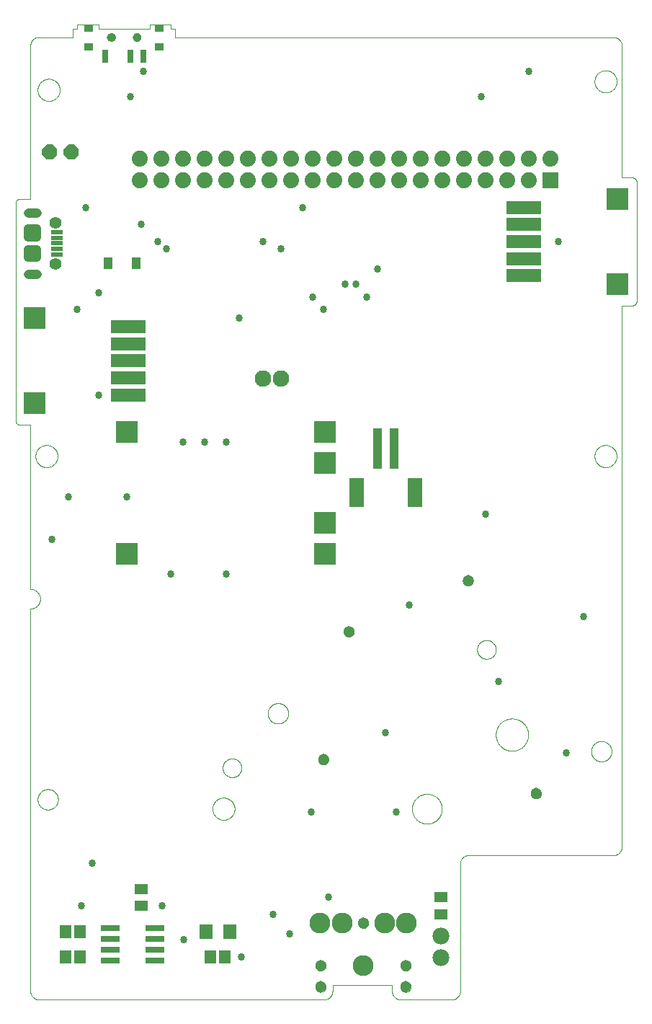
<source format=gbs>
G75*
%MOIN*%
%OFA0B0*%
%FSLAX25Y25*%
%IPPOS*%
%LPD*%
%AMOC8*
5,1,8,0,0,1.08239X$1,22.5*
%
%ADD10C,0.00000*%
%ADD11C,0.00039*%
%ADD12R,0.07400X0.07400*%
%ADD13C,0.07400*%
%ADD14C,0.07600*%
%ADD15R,0.10400X0.10400*%
%ADD16C,0.05124*%
%ADD17OC8,0.07000*%
%ADD18R,0.04337X0.03550*%
%ADD19R,0.03156X0.06306*%
%ADD20C,0.03943*%
%ADD21R,0.09061X0.02762*%
%ADD22R,0.05518X0.06306*%
%ADD23C,0.07800*%
%ADD24R,0.04337X0.18510*%
%ADD25R,0.06699X0.13786*%
%ADD26C,0.03940*%
%ADD27R,0.05715X0.01975*%
%ADD28C,0.04400*%
%ADD29C,0.05550*%
%ADD30R,0.05912X0.06699*%
%ADD31R,0.05912X0.04731*%
%ADD32C,0.09600*%
%ADD33R,0.16148X0.05912*%
%ADD34R,0.09849X0.09849*%
%ADD35R,0.03983X0.05203*%
%ADD36C,0.03378*%
D10*
X0029320Y0023079D02*
X0029320Y0199850D01*
X0029453Y0199852D01*
X0029586Y0199858D01*
X0029718Y0199868D01*
X0029851Y0199881D01*
X0029982Y0199899D01*
X0030114Y0199920D01*
X0030244Y0199945D01*
X0030374Y0199974D01*
X0030503Y0200007D01*
X0030630Y0200044D01*
X0030757Y0200084D01*
X0030883Y0200128D01*
X0031007Y0200176D01*
X0031129Y0200227D01*
X0031250Y0200282D01*
X0031370Y0200341D01*
X0031487Y0200402D01*
X0031603Y0200468D01*
X0031717Y0200536D01*
X0031829Y0200608D01*
X0031938Y0200684D01*
X0032046Y0200762D01*
X0032151Y0200844D01*
X0032253Y0200928D01*
X0032353Y0201016D01*
X0032451Y0201106D01*
X0032545Y0201200D01*
X0032637Y0201296D01*
X0032726Y0201395D01*
X0032812Y0201496D01*
X0032895Y0201600D01*
X0032975Y0201706D01*
X0033052Y0201814D01*
X0033126Y0201925D01*
X0033196Y0202038D01*
X0033263Y0202152D01*
X0033327Y0202269D01*
X0033387Y0202388D01*
X0033444Y0202508D01*
X0033497Y0202630D01*
X0033546Y0202753D01*
X0033592Y0202878D01*
X0033635Y0203004D01*
X0033673Y0203131D01*
X0033708Y0203260D01*
X0033739Y0203389D01*
X0033766Y0203519D01*
X0033789Y0203650D01*
X0033809Y0203781D01*
X0033824Y0203914D01*
X0033836Y0204046D01*
X0033844Y0204179D01*
X0033848Y0204312D01*
X0033848Y0204444D01*
X0033844Y0204577D01*
X0033836Y0204710D01*
X0033824Y0204842D01*
X0033809Y0204975D01*
X0033789Y0205106D01*
X0033766Y0205237D01*
X0033739Y0205367D01*
X0033708Y0205496D01*
X0033673Y0205625D01*
X0033635Y0205752D01*
X0033592Y0205878D01*
X0033546Y0206003D01*
X0033497Y0206126D01*
X0033444Y0206248D01*
X0033387Y0206368D01*
X0033327Y0206487D01*
X0033263Y0206604D01*
X0033196Y0206718D01*
X0033126Y0206831D01*
X0033052Y0206942D01*
X0032975Y0207050D01*
X0032895Y0207156D01*
X0032812Y0207260D01*
X0032726Y0207361D01*
X0032637Y0207460D01*
X0032545Y0207556D01*
X0032451Y0207650D01*
X0032353Y0207740D01*
X0032253Y0207828D01*
X0032151Y0207912D01*
X0032046Y0207994D01*
X0031938Y0208072D01*
X0031829Y0208148D01*
X0031717Y0208220D01*
X0031603Y0208288D01*
X0031487Y0208354D01*
X0031370Y0208415D01*
X0031250Y0208474D01*
X0031129Y0208529D01*
X0031007Y0208580D01*
X0030883Y0208628D01*
X0030757Y0208672D01*
X0030630Y0208712D01*
X0030503Y0208749D01*
X0030374Y0208782D01*
X0030244Y0208811D01*
X0030114Y0208836D01*
X0029982Y0208857D01*
X0029851Y0208875D01*
X0029718Y0208888D01*
X0029586Y0208898D01*
X0029453Y0208904D01*
X0029320Y0208906D01*
X0029320Y0284890D01*
X0024399Y0284890D01*
X0024399Y0284889D02*
X0024313Y0284891D01*
X0024227Y0284896D01*
X0024142Y0284906D01*
X0024057Y0284919D01*
X0023973Y0284936D01*
X0023889Y0284956D01*
X0023807Y0284980D01*
X0023726Y0285008D01*
X0023645Y0285039D01*
X0023567Y0285073D01*
X0023490Y0285111D01*
X0023414Y0285153D01*
X0023341Y0285197D01*
X0023270Y0285245D01*
X0023200Y0285296D01*
X0023133Y0285350D01*
X0023069Y0285406D01*
X0023007Y0285466D01*
X0022947Y0285528D01*
X0022891Y0285592D01*
X0022837Y0285659D01*
X0022786Y0285729D01*
X0022738Y0285800D01*
X0022694Y0285874D01*
X0022652Y0285949D01*
X0022614Y0286026D01*
X0022580Y0286104D01*
X0022549Y0286185D01*
X0022521Y0286266D01*
X0022497Y0286348D01*
X0022477Y0286432D01*
X0022460Y0286516D01*
X0022447Y0286601D01*
X0022437Y0286686D01*
X0022432Y0286772D01*
X0022430Y0286858D01*
X0022430Y0387252D01*
X0022432Y0387338D01*
X0022437Y0387424D01*
X0022447Y0387509D01*
X0022460Y0387594D01*
X0022477Y0387678D01*
X0022497Y0387762D01*
X0022521Y0387844D01*
X0022549Y0387925D01*
X0022580Y0388006D01*
X0022614Y0388084D01*
X0022652Y0388161D01*
X0022694Y0388237D01*
X0022738Y0388310D01*
X0022786Y0388381D01*
X0022837Y0388451D01*
X0022891Y0388518D01*
X0022947Y0388582D01*
X0023007Y0388644D01*
X0023069Y0388704D01*
X0023133Y0388760D01*
X0023200Y0388814D01*
X0023270Y0388865D01*
X0023341Y0388913D01*
X0023415Y0388957D01*
X0023490Y0388999D01*
X0023567Y0389037D01*
X0023645Y0389071D01*
X0023726Y0389102D01*
X0023807Y0389130D01*
X0023889Y0389154D01*
X0023973Y0389174D01*
X0024057Y0389191D01*
X0024142Y0389204D01*
X0024227Y0389214D01*
X0024313Y0389219D01*
X0024399Y0389221D01*
X0024399Y0389220D02*
X0029320Y0389220D01*
X0029320Y0460087D01*
X0029322Y0460211D01*
X0029328Y0460334D01*
X0029337Y0460458D01*
X0029351Y0460580D01*
X0029368Y0460703D01*
X0029390Y0460825D01*
X0029415Y0460946D01*
X0029444Y0461066D01*
X0029476Y0461185D01*
X0029513Y0461304D01*
X0029553Y0461421D01*
X0029596Y0461536D01*
X0029644Y0461651D01*
X0029695Y0461763D01*
X0029749Y0461874D01*
X0029807Y0461984D01*
X0029868Y0462091D01*
X0029933Y0462197D01*
X0030001Y0462300D01*
X0030072Y0462401D01*
X0030146Y0462500D01*
X0030223Y0462597D01*
X0030304Y0462691D01*
X0030387Y0462782D01*
X0030473Y0462871D01*
X0030562Y0462957D01*
X0030653Y0463040D01*
X0030747Y0463121D01*
X0030844Y0463198D01*
X0030943Y0463272D01*
X0031044Y0463343D01*
X0031147Y0463411D01*
X0031253Y0463476D01*
X0031360Y0463537D01*
X0031470Y0463595D01*
X0031581Y0463649D01*
X0031693Y0463700D01*
X0031808Y0463748D01*
X0031923Y0463791D01*
X0032040Y0463831D01*
X0032159Y0463868D01*
X0032278Y0463900D01*
X0032398Y0463929D01*
X0032519Y0463954D01*
X0032641Y0463976D01*
X0032764Y0463993D01*
X0032886Y0464007D01*
X0033010Y0464016D01*
X0033133Y0464022D01*
X0033257Y0464024D01*
X0049005Y0464024D01*
X0049005Y0467961D01*
X0050974Y0467961D01*
X0050974Y0469929D01*
X0060816Y0469929D01*
X0060816Y0467961D01*
X0084438Y0467961D01*
X0084438Y0469929D01*
X0094281Y0469929D01*
X0094281Y0467961D01*
X0096249Y0467961D01*
X0096249Y0464024D01*
X0299005Y0464024D01*
X0299129Y0464022D01*
X0299252Y0464016D01*
X0299376Y0464007D01*
X0299498Y0463993D01*
X0299621Y0463976D01*
X0299743Y0463954D01*
X0299864Y0463929D01*
X0299984Y0463900D01*
X0300103Y0463868D01*
X0300222Y0463831D01*
X0300339Y0463791D01*
X0300454Y0463748D01*
X0300569Y0463700D01*
X0300681Y0463649D01*
X0300792Y0463595D01*
X0300902Y0463537D01*
X0301009Y0463476D01*
X0301115Y0463411D01*
X0301218Y0463343D01*
X0301319Y0463272D01*
X0301418Y0463198D01*
X0301515Y0463121D01*
X0301609Y0463040D01*
X0301700Y0462957D01*
X0301789Y0462871D01*
X0301875Y0462782D01*
X0301958Y0462691D01*
X0302039Y0462597D01*
X0302116Y0462500D01*
X0302190Y0462401D01*
X0302261Y0462300D01*
X0302329Y0462197D01*
X0302394Y0462091D01*
X0302455Y0461984D01*
X0302513Y0461874D01*
X0302567Y0461763D01*
X0302618Y0461651D01*
X0302666Y0461536D01*
X0302709Y0461421D01*
X0302749Y0461304D01*
X0302786Y0461185D01*
X0302818Y0461066D01*
X0302847Y0460946D01*
X0302872Y0460825D01*
X0302894Y0460703D01*
X0302911Y0460580D01*
X0302925Y0460458D01*
X0302934Y0460334D01*
X0302940Y0460211D01*
X0302942Y0460087D01*
X0302942Y0399063D01*
X0307864Y0399063D01*
X0307950Y0399061D01*
X0308036Y0399056D01*
X0308121Y0399046D01*
X0308206Y0399033D01*
X0308290Y0399016D01*
X0308374Y0398996D01*
X0308456Y0398972D01*
X0308537Y0398944D01*
X0308618Y0398913D01*
X0308696Y0398879D01*
X0308773Y0398841D01*
X0308849Y0398799D01*
X0308922Y0398755D01*
X0308993Y0398707D01*
X0309063Y0398656D01*
X0309130Y0398602D01*
X0309194Y0398546D01*
X0309256Y0398486D01*
X0309316Y0398424D01*
X0309372Y0398360D01*
X0309426Y0398293D01*
X0309477Y0398223D01*
X0309525Y0398152D01*
X0309569Y0398079D01*
X0309611Y0398003D01*
X0309649Y0397926D01*
X0309683Y0397848D01*
X0309714Y0397767D01*
X0309742Y0397686D01*
X0309766Y0397604D01*
X0309786Y0397520D01*
X0309803Y0397436D01*
X0309816Y0397351D01*
X0309826Y0397266D01*
X0309831Y0397180D01*
X0309833Y0397094D01*
X0309832Y0397094D02*
X0309832Y0341976D01*
X0309833Y0341976D02*
X0309831Y0341890D01*
X0309826Y0341804D01*
X0309816Y0341719D01*
X0309803Y0341634D01*
X0309786Y0341550D01*
X0309766Y0341466D01*
X0309742Y0341384D01*
X0309714Y0341303D01*
X0309683Y0341222D01*
X0309649Y0341144D01*
X0309611Y0341067D01*
X0309569Y0340992D01*
X0309525Y0340918D01*
X0309477Y0340847D01*
X0309426Y0340777D01*
X0309372Y0340710D01*
X0309316Y0340646D01*
X0309256Y0340584D01*
X0309194Y0340524D01*
X0309130Y0340468D01*
X0309063Y0340414D01*
X0308993Y0340363D01*
X0308922Y0340315D01*
X0308849Y0340271D01*
X0308773Y0340229D01*
X0308696Y0340191D01*
X0308618Y0340157D01*
X0308537Y0340126D01*
X0308456Y0340098D01*
X0308374Y0340074D01*
X0308290Y0340054D01*
X0308206Y0340037D01*
X0308121Y0340024D01*
X0308036Y0340014D01*
X0307950Y0340009D01*
X0307864Y0340007D01*
X0307864Y0340008D02*
X0302942Y0340008D01*
X0302942Y0089811D01*
X0302940Y0089687D01*
X0302934Y0089564D01*
X0302925Y0089440D01*
X0302911Y0089318D01*
X0302894Y0089195D01*
X0302872Y0089073D01*
X0302847Y0088952D01*
X0302818Y0088832D01*
X0302786Y0088713D01*
X0302749Y0088594D01*
X0302709Y0088477D01*
X0302666Y0088362D01*
X0302618Y0088247D01*
X0302567Y0088135D01*
X0302513Y0088024D01*
X0302455Y0087914D01*
X0302394Y0087807D01*
X0302329Y0087701D01*
X0302261Y0087598D01*
X0302190Y0087497D01*
X0302116Y0087398D01*
X0302039Y0087301D01*
X0301958Y0087207D01*
X0301875Y0087116D01*
X0301789Y0087027D01*
X0301700Y0086941D01*
X0301609Y0086858D01*
X0301515Y0086777D01*
X0301418Y0086700D01*
X0301319Y0086626D01*
X0301218Y0086555D01*
X0301115Y0086487D01*
X0301009Y0086422D01*
X0300902Y0086361D01*
X0300792Y0086303D01*
X0300681Y0086249D01*
X0300569Y0086198D01*
X0300454Y0086150D01*
X0300339Y0086107D01*
X0300222Y0086067D01*
X0300103Y0086030D01*
X0299984Y0085998D01*
X0299864Y0085969D01*
X0299743Y0085944D01*
X0299621Y0085922D01*
X0299498Y0085905D01*
X0299376Y0085891D01*
X0299252Y0085882D01*
X0299129Y0085876D01*
X0299005Y0085874D01*
X0232076Y0085874D01*
X0231952Y0085872D01*
X0231829Y0085866D01*
X0231705Y0085857D01*
X0231583Y0085843D01*
X0231460Y0085826D01*
X0231338Y0085804D01*
X0231217Y0085779D01*
X0231097Y0085750D01*
X0230978Y0085718D01*
X0230859Y0085681D01*
X0230742Y0085641D01*
X0230627Y0085598D01*
X0230512Y0085550D01*
X0230400Y0085499D01*
X0230289Y0085445D01*
X0230179Y0085387D01*
X0230072Y0085326D01*
X0229966Y0085261D01*
X0229863Y0085193D01*
X0229762Y0085122D01*
X0229663Y0085048D01*
X0229566Y0084971D01*
X0229472Y0084890D01*
X0229381Y0084807D01*
X0229292Y0084721D01*
X0229206Y0084632D01*
X0229123Y0084541D01*
X0229042Y0084447D01*
X0228965Y0084350D01*
X0228891Y0084251D01*
X0228820Y0084150D01*
X0228752Y0084047D01*
X0228687Y0083941D01*
X0228626Y0083834D01*
X0228568Y0083724D01*
X0228514Y0083613D01*
X0228463Y0083501D01*
X0228415Y0083386D01*
X0228372Y0083271D01*
X0228332Y0083154D01*
X0228295Y0083035D01*
X0228263Y0082916D01*
X0228234Y0082796D01*
X0228209Y0082675D01*
X0228187Y0082553D01*
X0228170Y0082430D01*
X0228156Y0082308D01*
X0228147Y0082184D01*
X0228141Y0082061D01*
X0228139Y0081937D01*
X0228139Y0023079D01*
X0228137Y0022955D01*
X0228131Y0022832D01*
X0228122Y0022708D01*
X0228108Y0022586D01*
X0228091Y0022463D01*
X0228069Y0022341D01*
X0228044Y0022220D01*
X0228015Y0022100D01*
X0227983Y0021981D01*
X0227946Y0021862D01*
X0227906Y0021745D01*
X0227863Y0021630D01*
X0227815Y0021515D01*
X0227764Y0021403D01*
X0227710Y0021292D01*
X0227652Y0021182D01*
X0227591Y0021075D01*
X0227526Y0020969D01*
X0227458Y0020866D01*
X0227387Y0020765D01*
X0227313Y0020666D01*
X0227236Y0020569D01*
X0227155Y0020475D01*
X0227072Y0020384D01*
X0226986Y0020295D01*
X0226897Y0020209D01*
X0226806Y0020126D01*
X0226712Y0020045D01*
X0226615Y0019968D01*
X0226516Y0019894D01*
X0226415Y0019823D01*
X0226312Y0019755D01*
X0226206Y0019690D01*
X0226099Y0019629D01*
X0225989Y0019571D01*
X0225878Y0019517D01*
X0225766Y0019466D01*
X0225651Y0019418D01*
X0225536Y0019375D01*
X0225419Y0019335D01*
X0225300Y0019298D01*
X0225181Y0019266D01*
X0225061Y0019237D01*
X0224940Y0019212D01*
X0224818Y0019190D01*
X0224695Y0019173D01*
X0224573Y0019159D01*
X0224449Y0019150D01*
X0224326Y0019144D01*
X0224202Y0019142D01*
X0200580Y0019142D01*
X0200456Y0019144D01*
X0200333Y0019150D01*
X0200209Y0019159D01*
X0200087Y0019173D01*
X0199964Y0019190D01*
X0199842Y0019212D01*
X0199721Y0019237D01*
X0199601Y0019266D01*
X0199482Y0019298D01*
X0199363Y0019335D01*
X0199246Y0019375D01*
X0199131Y0019418D01*
X0199016Y0019466D01*
X0198904Y0019517D01*
X0198793Y0019571D01*
X0198683Y0019629D01*
X0198576Y0019690D01*
X0198470Y0019755D01*
X0198367Y0019823D01*
X0198266Y0019894D01*
X0198167Y0019968D01*
X0198070Y0020045D01*
X0197976Y0020126D01*
X0197885Y0020209D01*
X0197796Y0020295D01*
X0197710Y0020384D01*
X0197627Y0020475D01*
X0197546Y0020569D01*
X0197469Y0020666D01*
X0197395Y0020765D01*
X0197324Y0020866D01*
X0197256Y0020969D01*
X0197191Y0021075D01*
X0197130Y0021182D01*
X0197072Y0021292D01*
X0197018Y0021403D01*
X0196967Y0021515D01*
X0196919Y0021630D01*
X0196876Y0021745D01*
X0196836Y0021862D01*
X0196799Y0021981D01*
X0196767Y0022100D01*
X0196738Y0022220D01*
X0196713Y0022341D01*
X0196691Y0022463D01*
X0196674Y0022586D01*
X0196660Y0022708D01*
X0196651Y0022832D01*
X0196645Y0022955D01*
X0196643Y0023079D01*
X0196643Y0026031D01*
X0169084Y0026031D01*
X0169084Y0023079D01*
X0169082Y0022955D01*
X0169076Y0022832D01*
X0169067Y0022708D01*
X0169053Y0022586D01*
X0169036Y0022463D01*
X0169014Y0022341D01*
X0168989Y0022220D01*
X0168960Y0022100D01*
X0168928Y0021981D01*
X0168891Y0021862D01*
X0168851Y0021745D01*
X0168808Y0021630D01*
X0168760Y0021515D01*
X0168709Y0021403D01*
X0168655Y0021292D01*
X0168597Y0021182D01*
X0168536Y0021075D01*
X0168471Y0020969D01*
X0168403Y0020866D01*
X0168332Y0020765D01*
X0168258Y0020666D01*
X0168181Y0020569D01*
X0168100Y0020475D01*
X0168017Y0020384D01*
X0167931Y0020295D01*
X0167842Y0020209D01*
X0167751Y0020126D01*
X0167657Y0020045D01*
X0167560Y0019968D01*
X0167461Y0019894D01*
X0167360Y0019823D01*
X0167257Y0019755D01*
X0167151Y0019690D01*
X0167044Y0019629D01*
X0166934Y0019571D01*
X0166823Y0019517D01*
X0166711Y0019466D01*
X0166596Y0019418D01*
X0166481Y0019375D01*
X0166364Y0019335D01*
X0166245Y0019298D01*
X0166126Y0019266D01*
X0166006Y0019237D01*
X0165885Y0019212D01*
X0165763Y0019190D01*
X0165640Y0019173D01*
X0165518Y0019159D01*
X0165394Y0019150D01*
X0165271Y0019144D01*
X0165147Y0019142D01*
X0033257Y0019142D01*
X0033133Y0019144D01*
X0033010Y0019150D01*
X0032886Y0019159D01*
X0032764Y0019173D01*
X0032641Y0019190D01*
X0032519Y0019212D01*
X0032398Y0019237D01*
X0032278Y0019266D01*
X0032159Y0019298D01*
X0032040Y0019335D01*
X0031923Y0019375D01*
X0031808Y0019418D01*
X0031693Y0019466D01*
X0031581Y0019517D01*
X0031470Y0019571D01*
X0031360Y0019629D01*
X0031253Y0019690D01*
X0031147Y0019755D01*
X0031044Y0019823D01*
X0030943Y0019894D01*
X0030844Y0019968D01*
X0030747Y0020045D01*
X0030653Y0020126D01*
X0030562Y0020209D01*
X0030473Y0020295D01*
X0030387Y0020384D01*
X0030304Y0020475D01*
X0030223Y0020569D01*
X0030146Y0020666D01*
X0030072Y0020765D01*
X0030001Y0020866D01*
X0029933Y0020969D01*
X0029868Y0021075D01*
X0029807Y0021182D01*
X0029749Y0021292D01*
X0029695Y0021403D01*
X0029644Y0021515D01*
X0029596Y0021630D01*
X0029553Y0021745D01*
X0029513Y0021862D01*
X0029476Y0021981D01*
X0029444Y0022100D01*
X0029415Y0022220D01*
X0029390Y0022341D01*
X0029368Y0022463D01*
X0029351Y0022586D01*
X0029337Y0022708D01*
X0029328Y0022832D01*
X0029322Y0022955D01*
X0029320Y0023079D01*
X0161210Y0025047D02*
X0161212Y0025144D01*
X0161218Y0025241D01*
X0161228Y0025337D01*
X0161242Y0025433D01*
X0161260Y0025529D01*
X0161281Y0025623D01*
X0161307Y0025717D01*
X0161336Y0025809D01*
X0161370Y0025900D01*
X0161406Y0025990D01*
X0161447Y0026078D01*
X0161491Y0026164D01*
X0161539Y0026249D01*
X0161590Y0026331D01*
X0161644Y0026412D01*
X0161702Y0026490D01*
X0161763Y0026565D01*
X0161826Y0026638D01*
X0161893Y0026709D01*
X0161963Y0026776D01*
X0162035Y0026841D01*
X0162110Y0026902D01*
X0162188Y0026961D01*
X0162267Y0027016D01*
X0162349Y0027068D01*
X0162433Y0027116D01*
X0162519Y0027161D01*
X0162607Y0027203D01*
X0162696Y0027241D01*
X0162787Y0027275D01*
X0162879Y0027305D01*
X0162972Y0027332D01*
X0163067Y0027354D01*
X0163162Y0027373D01*
X0163258Y0027388D01*
X0163354Y0027399D01*
X0163451Y0027406D01*
X0163548Y0027409D01*
X0163645Y0027408D01*
X0163742Y0027403D01*
X0163838Y0027394D01*
X0163934Y0027381D01*
X0164030Y0027364D01*
X0164125Y0027343D01*
X0164218Y0027319D01*
X0164311Y0027290D01*
X0164403Y0027258D01*
X0164493Y0027222D01*
X0164581Y0027183D01*
X0164668Y0027139D01*
X0164753Y0027093D01*
X0164836Y0027042D01*
X0164917Y0026989D01*
X0164995Y0026932D01*
X0165072Y0026872D01*
X0165145Y0026809D01*
X0165216Y0026743D01*
X0165284Y0026674D01*
X0165350Y0026602D01*
X0165412Y0026528D01*
X0165471Y0026451D01*
X0165527Y0026372D01*
X0165580Y0026290D01*
X0165630Y0026207D01*
X0165675Y0026121D01*
X0165718Y0026034D01*
X0165757Y0025945D01*
X0165792Y0025855D01*
X0165823Y0025763D01*
X0165850Y0025670D01*
X0165874Y0025576D01*
X0165894Y0025481D01*
X0165910Y0025385D01*
X0165922Y0025289D01*
X0165930Y0025192D01*
X0165934Y0025095D01*
X0165934Y0024999D01*
X0165930Y0024902D01*
X0165922Y0024805D01*
X0165910Y0024709D01*
X0165894Y0024613D01*
X0165874Y0024518D01*
X0165850Y0024424D01*
X0165823Y0024331D01*
X0165792Y0024239D01*
X0165757Y0024149D01*
X0165718Y0024060D01*
X0165675Y0023973D01*
X0165630Y0023887D01*
X0165580Y0023804D01*
X0165527Y0023722D01*
X0165471Y0023643D01*
X0165412Y0023566D01*
X0165350Y0023492D01*
X0165284Y0023420D01*
X0165216Y0023351D01*
X0165145Y0023285D01*
X0165072Y0023222D01*
X0164995Y0023162D01*
X0164917Y0023105D01*
X0164836Y0023052D01*
X0164753Y0023001D01*
X0164668Y0022955D01*
X0164581Y0022911D01*
X0164493Y0022872D01*
X0164403Y0022836D01*
X0164311Y0022804D01*
X0164218Y0022775D01*
X0164125Y0022751D01*
X0164030Y0022730D01*
X0163934Y0022713D01*
X0163838Y0022700D01*
X0163742Y0022691D01*
X0163645Y0022686D01*
X0163548Y0022685D01*
X0163451Y0022688D01*
X0163354Y0022695D01*
X0163258Y0022706D01*
X0163162Y0022721D01*
X0163067Y0022740D01*
X0162972Y0022762D01*
X0162879Y0022789D01*
X0162787Y0022819D01*
X0162696Y0022853D01*
X0162607Y0022891D01*
X0162519Y0022933D01*
X0162433Y0022978D01*
X0162349Y0023026D01*
X0162267Y0023078D01*
X0162188Y0023133D01*
X0162110Y0023192D01*
X0162035Y0023253D01*
X0161963Y0023318D01*
X0161893Y0023385D01*
X0161826Y0023456D01*
X0161763Y0023529D01*
X0161702Y0023604D01*
X0161644Y0023682D01*
X0161590Y0023763D01*
X0161539Y0023845D01*
X0161491Y0023930D01*
X0161447Y0024016D01*
X0161406Y0024104D01*
X0161370Y0024194D01*
X0161336Y0024285D01*
X0161307Y0024377D01*
X0161281Y0024471D01*
X0161260Y0024565D01*
X0161242Y0024661D01*
X0161228Y0024757D01*
X0161218Y0024853D01*
X0161212Y0024950D01*
X0161210Y0025047D01*
X0161210Y0034890D02*
X0161212Y0034987D01*
X0161218Y0035084D01*
X0161228Y0035180D01*
X0161242Y0035276D01*
X0161260Y0035372D01*
X0161281Y0035466D01*
X0161307Y0035560D01*
X0161336Y0035652D01*
X0161370Y0035743D01*
X0161406Y0035833D01*
X0161447Y0035921D01*
X0161491Y0036007D01*
X0161539Y0036092D01*
X0161590Y0036174D01*
X0161644Y0036255D01*
X0161702Y0036333D01*
X0161763Y0036408D01*
X0161826Y0036481D01*
X0161893Y0036552D01*
X0161963Y0036619D01*
X0162035Y0036684D01*
X0162110Y0036745D01*
X0162188Y0036804D01*
X0162267Y0036859D01*
X0162349Y0036911D01*
X0162433Y0036959D01*
X0162519Y0037004D01*
X0162607Y0037046D01*
X0162696Y0037084D01*
X0162787Y0037118D01*
X0162879Y0037148D01*
X0162972Y0037175D01*
X0163067Y0037197D01*
X0163162Y0037216D01*
X0163258Y0037231D01*
X0163354Y0037242D01*
X0163451Y0037249D01*
X0163548Y0037252D01*
X0163645Y0037251D01*
X0163742Y0037246D01*
X0163838Y0037237D01*
X0163934Y0037224D01*
X0164030Y0037207D01*
X0164125Y0037186D01*
X0164218Y0037162D01*
X0164311Y0037133D01*
X0164403Y0037101D01*
X0164493Y0037065D01*
X0164581Y0037026D01*
X0164668Y0036982D01*
X0164753Y0036936D01*
X0164836Y0036885D01*
X0164917Y0036832D01*
X0164995Y0036775D01*
X0165072Y0036715D01*
X0165145Y0036652D01*
X0165216Y0036586D01*
X0165284Y0036517D01*
X0165350Y0036445D01*
X0165412Y0036371D01*
X0165471Y0036294D01*
X0165527Y0036215D01*
X0165580Y0036133D01*
X0165630Y0036050D01*
X0165675Y0035964D01*
X0165718Y0035877D01*
X0165757Y0035788D01*
X0165792Y0035698D01*
X0165823Y0035606D01*
X0165850Y0035513D01*
X0165874Y0035419D01*
X0165894Y0035324D01*
X0165910Y0035228D01*
X0165922Y0035132D01*
X0165930Y0035035D01*
X0165934Y0034938D01*
X0165934Y0034842D01*
X0165930Y0034745D01*
X0165922Y0034648D01*
X0165910Y0034552D01*
X0165894Y0034456D01*
X0165874Y0034361D01*
X0165850Y0034267D01*
X0165823Y0034174D01*
X0165792Y0034082D01*
X0165757Y0033992D01*
X0165718Y0033903D01*
X0165675Y0033816D01*
X0165630Y0033730D01*
X0165580Y0033647D01*
X0165527Y0033565D01*
X0165471Y0033486D01*
X0165412Y0033409D01*
X0165350Y0033335D01*
X0165284Y0033263D01*
X0165216Y0033194D01*
X0165145Y0033128D01*
X0165072Y0033065D01*
X0164995Y0033005D01*
X0164917Y0032948D01*
X0164836Y0032895D01*
X0164753Y0032844D01*
X0164668Y0032798D01*
X0164581Y0032754D01*
X0164493Y0032715D01*
X0164403Y0032679D01*
X0164311Y0032647D01*
X0164218Y0032618D01*
X0164125Y0032594D01*
X0164030Y0032573D01*
X0163934Y0032556D01*
X0163838Y0032543D01*
X0163742Y0032534D01*
X0163645Y0032529D01*
X0163548Y0032528D01*
X0163451Y0032531D01*
X0163354Y0032538D01*
X0163258Y0032549D01*
X0163162Y0032564D01*
X0163067Y0032583D01*
X0162972Y0032605D01*
X0162879Y0032632D01*
X0162787Y0032662D01*
X0162696Y0032696D01*
X0162607Y0032734D01*
X0162519Y0032776D01*
X0162433Y0032821D01*
X0162349Y0032869D01*
X0162267Y0032921D01*
X0162188Y0032976D01*
X0162110Y0033035D01*
X0162035Y0033096D01*
X0161963Y0033161D01*
X0161893Y0033228D01*
X0161826Y0033299D01*
X0161763Y0033372D01*
X0161702Y0033447D01*
X0161644Y0033525D01*
X0161590Y0033606D01*
X0161539Y0033688D01*
X0161491Y0033773D01*
X0161447Y0033859D01*
X0161406Y0033947D01*
X0161370Y0034037D01*
X0161336Y0034128D01*
X0161307Y0034220D01*
X0161281Y0034314D01*
X0161260Y0034408D01*
X0161242Y0034504D01*
X0161228Y0034600D01*
X0161218Y0034696D01*
X0161212Y0034793D01*
X0161210Y0034890D01*
X0180895Y0054575D02*
X0180897Y0054672D01*
X0180903Y0054769D01*
X0180913Y0054865D01*
X0180927Y0054961D01*
X0180945Y0055057D01*
X0180966Y0055151D01*
X0180992Y0055245D01*
X0181021Y0055337D01*
X0181055Y0055428D01*
X0181091Y0055518D01*
X0181132Y0055606D01*
X0181176Y0055692D01*
X0181224Y0055777D01*
X0181275Y0055859D01*
X0181329Y0055940D01*
X0181387Y0056018D01*
X0181448Y0056093D01*
X0181511Y0056166D01*
X0181578Y0056237D01*
X0181648Y0056304D01*
X0181720Y0056369D01*
X0181795Y0056430D01*
X0181873Y0056489D01*
X0181952Y0056544D01*
X0182034Y0056596D01*
X0182118Y0056644D01*
X0182204Y0056689D01*
X0182292Y0056731D01*
X0182381Y0056769D01*
X0182472Y0056803D01*
X0182564Y0056833D01*
X0182657Y0056860D01*
X0182752Y0056882D01*
X0182847Y0056901D01*
X0182943Y0056916D01*
X0183039Y0056927D01*
X0183136Y0056934D01*
X0183233Y0056937D01*
X0183330Y0056936D01*
X0183427Y0056931D01*
X0183523Y0056922D01*
X0183619Y0056909D01*
X0183715Y0056892D01*
X0183810Y0056871D01*
X0183903Y0056847D01*
X0183996Y0056818D01*
X0184088Y0056786D01*
X0184178Y0056750D01*
X0184266Y0056711D01*
X0184353Y0056667D01*
X0184438Y0056621D01*
X0184521Y0056570D01*
X0184602Y0056517D01*
X0184680Y0056460D01*
X0184757Y0056400D01*
X0184830Y0056337D01*
X0184901Y0056271D01*
X0184969Y0056202D01*
X0185035Y0056130D01*
X0185097Y0056056D01*
X0185156Y0055979D01*
X0185212Y0055900D01*
X0185265Y0055818D01*
X0185315Y0055735D01*
X0185360Y0055649D01*
X0185403Y0055562D01*
X0185442Y0055473D01*
X0185477Y0055383D01*
X0185508Y0055291D01*
X0185535Y0055198D01*
X0185559Y0055104D01*
X0185579Y0055009D01*
X0185595Y0054913D01*
X0185607Y0054817D01*
X0185615Y0054720D01*
X0185619Y0054623D01*
X0185619Y0054527D01*
X0185615Y0054430D01*
X0185607Y0054333D01*
X0185595Y0054237D01*
X0185579Y0054141D01*
X0185559Y0054046D01*
X0185535Y0053952D01*
X0185508Y0053859D01*
X0185477Y0053767D01*
X0185442Y0053677D01*
X0185403Y0053588D01*
X0185360Y0053501D01*
X0185315Y0053415D01*
X0185265Y0053332D01*
X0185212Y0053250D01*
X0185156Y0053171D01*
X0185097Y0053094D01*
X0185035Y0053020D01*
X0184969Y0052948D01*
X0184901Y0052879D01*
X0184830Y0052813D01*
X0184757Y0052750D01*
X0184680Y0052690D01*
X0184602Y0052633D01*
X0184521Y0052580D01*
X0184438Y0052529D01*
X0184353Y0052483D01*
X0184266Y0052439D01*
X0184178Y0052400D01*
X0184088Y0052364D01*
X0183996Y0052332D01*
X0183903Y0052303D01*
X0183810Y0052279D01*
X0183715Y0052258D01*
X0183619Y0052241D01*
X0183523Y0052228D01*
X0183427Y0052219D01*
X0183330Y0052214D01*
X0183233Y0052213D01*
X0183136Y0052216D01*
X0183039Y0052223D01*
X0182943Y0052234D01*
X0182847Y0052249D01*
X0182752Y0052268D01*
X0182657Y0052290D01*
X0182564Y0052317D01*
X0182472Y0052347D01*
X0182381Y0052381D01*
X0182292Y0052419D01*
X0182204Y0052461D01*
X0182118Y0052506D01*
X0182034Y0052554D01*
X0181952Y0052606D01*
X0181873Y0052661D01*
X0181795Y0052720D01*
X0181720Y0052781D01*
X0181648Y0052846D01*
X0181578Y0052913D01*
X0181511Y0052984D01*
X0181448Y0053057D01*
X0181387Y0053132D01*
X0181329Y0053210D01*
X0181275Y0053291D01*
X0181224Y0053373D01*
X0181176Y0053458D01*
X0181132Y0053544D01*
X0181091Y0053632D01*
X0181055Y0053722D01*
X0181021Y0053813D01*
X0180992Y0053905D01*
X0180966Y0053999D01*
X0180945Y0054093D01*
X0180927Y0054189D01*
X0180913Y0054285D01*
X0180903Y0054381D01*
X0180897Y0054478D01*
X0180895Y0054575D01*
X0200580Y0034890D02*
X0200582Y0034987D01*
X0200588Y0035084D01*
X0200598Y0035180D01*
X0200612Y0035276D01*
X0200630Y0035372D01*
X0200651Y0035466D01*
X0200677Y0035560D01*
X0200706Y0035652D01*
X0200740Y0035743D01*
X0200776Y0035833D01*
X0200817Y0035921D01*
X0200861Y0036007D01*
X0200909Y0036092D01*
X0200960Y0036174D01*
X0201014Y0036255D01*
X0201072Y0036333D01*
X0201133Y0036408D01*
X0201196Y0036481D01*
X0201263Y0036552D01*
X0201333Y0036619D01*
X0201405Y0036684D01*
X0201480Y0036745D01*
X0201558Y0036804D01*
X0201637Y0036859D01*
X0201719Y0036911D01*
X0201803Y0036959D01*
X0201889Y0037004D01*
X0201977Y0037046D01*
X0202066Y0037084D01*
X0202157Y0037118D01*
X0202249Y0037148D01*
X0202342Y0037175D01*
X0202437Y0037197D01*
X0202532Y0037216D01*
X0202628Y0037231D01*
X0202724Y0037242D01*
X0202821Y0037249D01*
X0202918Y0037252D01*
X0203015Y0037251D01*
X0203112Y0037246D01*
X0203208Y0037237D01*
X0203304Y0037224D01*
X0203400Y0037207D01*
X0203495Y0037186D01*
X0203588Y0037162D01*
X0203681Y0037133D01*
X0203773Y0037101D01*
X0203863Y0037065D01*
X0203951Y0037026D01*
X0204038Y0036982D01*
X0204123Y0036936D01*
X0204206Y0036885D01*
X0204287Y0036832D01*
X0204365Y0036775D01*
X0204442Y0036715D01*
X0204515Y0036652D01*
X0204586Y0036586D01*
X0204654Y0036517D01*
X0204720Y0036445D01*
X0204782Y0036371D01*
X0204841Y0036294D01*
X0204897Y0036215D01*
X0204950Y0036133D01*
X0205000Y0036050D01*
X0205045Y0035964D01*
X0205088Y0035877D01*
X0205127Y0035788D01*
X0205162Y0035698D01*
X0205193Y0035606D01*
X0205220Y0035513D01*
X0205244Y0035419D01*
X0205264Y0035324D01*
X0205280Y0035228D01*
X0205292Y0035132D01*
X0205300Y0035035D01*
X0205304Y0034938D01*
X0205304Y0034842D01*
X0205300Y0034745D01*
X0205292Y0034648D01*
X0205280Y0034552D01*
X0205264Y0034456D01*
X0205244Y0034361D01*
X0205220Y0034267D01*
X0205193Y0034174D01*
X0205162Y0034082D01*
X0205127Y0033992D01*
X0205088Y0033903D01*
X0205045Y0033816D01*
X0205000Y0033730D01*
X0204950Y0033647D01*
X0204897Y0033565D01*
X0204841Y0033486D01*
X0204782Y0033409D01*
X0204720Y0033335D01*
X0204654Y0033263D01*
X0204586Y0033194D01*
X0204515Y0033128D01*
X0204442Y0033065D01*
X0204365Y0033005D01*
X0204287Y0032948D01*
X0204206Y0032895D01*
X0204123Y0032844D01*
X0204038Y0032798D01*
X0203951Y0032754D01*
X0203863Y0032715D01*
X0203773Y0032679D01*
X0203681Y0032647D01*
X0203588Y0032618D01*
X0203495Y0032594D01*
X0203400Y0032573D01*
X0203304Y0032556D01*
X0203208Y0032543D01*
X0203112Y0032534D01*
X0203015Y0032529D01*
X0202918Y0032528D01*
X0202821Y0032531D01*
X0202724Y0032538D01*
X0202628Y0032549D01*
X0202532Y0032564D01*
X0202437Y0032583D01*
X0202342Y0032605D01*
X0202249Y0032632D01*
X0202157Y0032662D01*
X0202066Y0032696D01*
X0201977Y0032734D01*
X0201889Y0032776D01*
X0201803Y0032821D01*
X0201719Y0032869D01*
X0201637Y0032921D01*
X0201558Y0032976D01*
X0201480Y0033035D01*
X0201405Y0033096D01*
X0201333Y0033161D01*
X0201263Y0033228D01*
X0201196Y0033299D01*
X0201133Y0033372D01*
X0201072Y0033447D01*
X0201014Y0033525D01*
X0200960Y0033606D01*
X0200909Y0033688D01*
X0200861Y0033773D01*
X0200817Y0033859D01*
X0200776Y0033947D01*
X0200740Y0034037D01*
X0200706Y0034128D01*
X0200677Y0034220D01*
X0200651Y0034314D01*
X0200630Y0034408D01*
X0200612Y0034504D01*
X0200598Y0034600D01*
X0200588Y0034696D01*
X0200582Y0034793D01*
X0200580Y0034890D01*
X0200580Y0025047D02*
X0200582Y0025144D01*
X0200588Y0025241D01*
X0200598Y0025337D01*
X0200612Y0025433D01*
X0200630Y0025529D01*
X0200651Y0025623D01*
X0200677Y0025717D01*
X0200706Y0025809D01*
X0200740Y0025900D01*
X0200776Y0025990D01*
X0200817Y0026078D01*
X0200861Y0026164D01*
X0200909Y0026249D01*
X0200960Y0026331D01*
X0201014Y0026412D01*
X0201072Y0026490D01*
X0201133Y0026565D01*
X0201196Y0026638D01*
X0201263Y0026709D01*
X0201333Y0026776D01*
X0201405Y0026841D01*
X0201480Y0026902D01*
X0201558Y0026961D01*
X0201637Y0027016D01*
X0201719Y0027068D01*
X0201803Y0027116D01*
X0201889Y0027161D01*
X0201977Y0027203D01*
X0202066Y0027241D01*
X0202157Y0027275D01*
X0202249Y0027305D01*
X0202342Y0027332D01*
X0202437Y0027354D01*
X0202532Y0027373D01*
X0202628Y0027388D01*
X0202724Y0027399D01*
X0202821Y0027406D01*
X0202918Y0027409D01*
X0203015Y0027408D01*
X0203112Y0027403D01*
X0203208Y0027394D01*
X0203304Y0027381D01*
X0203400Y0027364D01*
X0203495Y0027343D01*
X0203588Y0027319D01*
X0203681Y0027290D01*
X0203773Y0027258D01*
X0203863Y0027222D01*
X0203951Y0027183D01*
X0204038Y0027139D01*
X0204123Y0027093D01*
X0204206Y0027042D01*
X0204287Y0026989D01*
X0204365Y0026932D01*
X0204442Y0026872D01*
X0204515Y0026809D01*
X0204586Y0026743D01*
X0204654Y0026674D01*
X0204720Y0026602D01*
X0204782Y0026528D01*
X0204841Y0026451D01*
X0204897Y0026372D01*
X0204950Y0026290D01*
X0205000Y0026207D01*
X0205045Y0026121D01*
X0205088Y0026034D01*
X0205127Y0025945D01*
X0205162Y0025855D01*
X0205193Y0025763D01*
X0205220Y0025670D01*
X0205244Y0025576D01*
X0205264Y0025481D01*
X0205280Y0025385D01*
X0205292Y0025289D01*
X0205300Y0025192D01*
X0205304Y0025095D01*
X0205304Y0024999D01*
X0205300Y0024902D01*
X0205292Y0024805D01*
X0205280Y0024709D01*
X0205264Y0024613D01*
X0205244Y0024518D01*
X0205220Y0024424D01*
X0205193Y0024331D01*
X0205162Y0024239D01*
X0205127Y0024149D01*
X0205088Y0024060D01*
X0205045Y0023973D01*
X0205000Y0023887D01*
X0204950Y0023804D01*
X0204897Y0023722D01*
X0204841Y0023643D01*
X0204782Y0023566D01*
X0204720Y0023492D01*
X0204654Y0023420D01*
X0204586Y0023351D01*
X0204515Y0023285D01*
X0204442Y0023222D01*
X0204365Y0023162D01*
X0204287Y0023105D01*
X0204206Y0023052D01*
X0204123Y0023001D01*
X0204038Y0022955D01*
X0203951Y0022911D01*
X0203863Y0022872D01*
X0203773Y0022836D01*
X0203681Y0022804D01*
X0203588Y0022775D01*
X0203495Y0022751D01*
X0203400Y0022730D01*
X0203304Y0022713D01*
X0203208Y0022700D01*
X0203112Y0022691D01*
X0203015Y0022686D01*
X0202918Y0022685D01*
X0202821Y0022688D01*
X0202724Y0022695D01*
X0202628Y0022706D01*
X0202532Y0022721D01*
X0202437Y0022740D01*
X0202342Y0022762D01*
X0202249Y0022789D01*
X0202157Y0022819D01*
X0202066Y0022853D01*
X0201977Y0022891D01*
X0201889Y0022933D01*
X0201803Y0022978D01*
X0201719Y0023026D01*
X0201637Y0023078D01*
X0201558Y0023133D01*
X0201480Y0023192D01*
X0201405Y0023253D01*
X0201333Y0023318D01*
X0201263Y0023385D01*
X0201196Y0023456D01*
X0201133Y0023529D01*
X0201072Y0023604D01*
X0201014Y0023682D01*
X0200960Y0023763D01*
X0200909Y0023845D01*
X0200861Y0023930D01*
X0200817Y0024016D01*
X0200776Y0024104D01*
X0200740Y0024194D01*
X0200706Y0024285D01*
X0200677Y0024377D01*
X0200651Y0024471D01*
X0200630Y0024565D01*
X0200612Y0024661D01*
X0200598Y0024757D01*
X0200588Y0024853D01*
X0200582Y0024950D01*
X0200580Y0025047D01*
X0260895Y0114457D02*
X0260897Y0114554D01*
X0260903Y0114651D01*
X0260913Y0114747D01*
X0260927Y0114843D01*
X0260945Y0114939D01*
X0260966Y0115033D01*
X0260992Y0115127D01*
X0261021Y0115219D01*
X0261055Y0115310D01*
X0261091Y0115400D01*
X0261132Y0115488D01*
X0261176Y0115574D01*
X0261224Y0115659D01*
X0261275Y0115741D01*
X0261329Y0115822D01*
X0261387Y0115900D01*
X0261448Y0115975D01*
X0261511Y0116048D01*
X0261578Y0116119D01*
X0261648Y0116186D01*
X0261720Y0116251D01*
X0261795Y0116312D01*
X0261873Y0116371D01*
X0261952Y0116426D01*
X0262034Y0116478D01*
X0262118Y0116526D01*
X0262204Y0116571D01*
X0262292Y0116613D01*
X0262381Y0116651D01*
X0262472Y0116685D01*
X0262564Y0116715D01*
X0262657Y0116742D01*
X0262752Y0116764D01*
X0262847Y0116783D01*
X0262943Y0116798D01*
X0263039Y0116809D01*
X0263136Y0116816D01*
X0263233Y0116819D01*
X0263330Y0116818D01*
X0263427Y0116813D01*
X0263523Y0116804D01*
X0263619Y0116791D01*
X0263715Y0116774D01*
X0263810Y0116753D01*
X0263903Y0116729D01*
X0263996Y0116700D01*
X0264088Y0116668D01*
X0264178Y0116632D01*
X0264266Y0116593D01*
X0264353Y0116549D01*
X0264438Y0116503D01*
X0264521Y0116452D01*
X0264602Y0116399D01*
X0264680Y0116342D01*
X0264757Y0116282D01*
X0264830Y0116219D01*
X0264901Y0116153D01*
X0264969Y0116084D01*
X0265035Y0116012D01*
X0265097Y0115938D01*
X0265156Y0115861D01*
X0265212Y0115782D01*
X0265265Y0115700D01*
X0265315Y0115617D01*
X0265360Y0115531D01*
X0265403Y0115444D01*
X0265442Y0115355D01*
X0265477Y0115265D01*
X0265508Y0115173D01*
X0265535Y0115080D01*
X0265559Y0114986D01*
X0265579Y0114891D01*
X0265595Y0114795D01*
X0265607Y0114699D01*
X0265615Y0114602D01*
X0265619Y0114505D01*
X0265619Y0114409D01*
X0265615Y0114312D01*
X0265607Y0114215D01*
X0265595Y0114119D01*
X0265579Y0114023D01*
X0265559Y0113928D01*
X0265535Y0113834D01*
X0265508Y0113741D01*
X0265477Y0113649D01*
X0265442Y0113559D01*
X0265403Y0113470D01*
X0265360Y0113383D01*
X0265315Y0113297D01*
X0265265Y0113214D01*
X0265212Y0113132D01*
X0265156Y0113053D01*
X0265097Y0112976D01*
X0265035Y0112902D01*
X0264969Y0112830D01*
X0264901Y0112761D01*
X0264830Y0112695D01*
X0264757Y0112632D01*
X0264680Y0112572D01*
X0264602Y0112515D01*
X0264521Y0112462D01*
X0264438Y0112411D01*
X0264353Y0112365D01*
X0264266Y0112321D01*
X0264178Y0112282D01*
X0264088Y0112246D01*
X0263996Y0112214D01*
X0263903Y0112185D01*
X0263810Y0112161D01*
X0263715Y0112140D01*
X0263619Y0112123D01*
X0263523Y0112110D01*
X0263427Y0112101D01*
X0263330Y0112096D01*
X0263233Y0112095D01*
X0263136Y0112098D01*
X0263039Y0112105D01*
X0262943Y0112116D01*
X0262847Y0112131D01*
X0262752Y0112150D01*
X0262657Y0112172D01*
X0262564Y0112199D01*
X0262472Y0112229D01*
X0262381Y0112263D01*
X0262292Y0112301D01*
X0262204Y0112343D01*
X0262118Y0112388D01*
X0262034Y0112436D01*
X0261952Y0112488D01*
X0261873Y0112543D01*
X0261795Y0112602D01*
X0261720Y0112663D01*
X0261648Y0112728D01*
X0261578Y0112795D01*
X0261511Y0112866D01*
X0261448Y0112939D01*
X0261387Y0113014D01*
X0261329Y0113092D01*
X0261275Y0113173D01*
X0261224Y0113255D01*
X0261176Y0113340D01*
X0261132Y0113426D01*
X0261091Y0113514D01*
X0261055Y0113604D01*
X0261021Y0113695D01*
X0260992Y0113787D01*
X0260966Y0113881D01*
X0260945Y0113975D01*
X0260927Y0114071D01*
X0260913Y0114167D01*
X0260903Y0114263D01*
X0260897Y0114360D01*
X0260895Y0114457D01*
X0229399Y0212882D02*
X0229401Y0212979D01*
X0229407Y0213076D01*
X0229417Y0213172D01*
X0229431Y0213268D01*
X0229449Y0213364D01*
X0229470Y0213458D01*
X0229496Y0213552D01*
X0229525Y0213644D01*
X0229559Y0213735D01*
X0229595Y0213825D01*
X0229636Y0213913D01*
X0229680Y0213999D01*
X0229728Y0214084D01*
X0229779Y0214166D01*
X0229833Y0214247D01*
X0229891Y0214325D01*
X0229952Y0214400D01*
X0230015Y0214473D01*
X0230082Y0214544D01*
X0230152Y0214611D01*
X0230224Y0214676D01*
X0230299Y0214737D01*
X0230377Y0214796D01*
X0230456Y0214851D01*
X0230538Y0214903D01*
X0230622Y0214951D01*
X0230708Y0214996D01*
X0230796Y0215038D01*
X0230885Y0215076D01*
X0230976Y0215110D01*
X0231068Y0215140D01*
X0231161Y0215167D01*
X0231256Y0215189D01*
X0231351Y0215208D01*
X0231447Y0215223D01*
X0231543Y0215234D01*
X0231640Y0215241D01*
X0231737Y0215244D01*
X0231834Y0215243D01*
X0231931Y0215238D01*
X0232027Y0215229D01*
X0232123Y0215216D01*
X0232219Y0215199D01*
X0232314Y0215178D01*
X0232407Y0215154D01*
X0232500Y0215125D01*
X0232592Y0215093D01*
X0232682Y0215057D01*
X0232770Y0215018D01*
X0232857Y0214974D01*
X0232942Y0214928D01*
X0233025Y0214877D01*
X0233106Y0214824D01*
X0233184Y0214767D01*
X0233261Y0214707D01*
X0233334Y0214644D01*
X0233405Y0214578D01*
X0233473Y0214509D01*
X0233539Y0214437D01*
X0233601Y0214363D01*
X0233660Y0214286D01*
X0233716Y0214207D01*
X0233769Y0214125D01*
X0233819Y0214042D01*
X0233864Y0213956D01*
X0233907Y0213869D01*
X0233946Y0213780D01*
X0233981Y0213690D01*
X0234012Y0213598D01*
X0234039Y0213505D01*
X0234063Y0213411D01*
X0234083Y0213316D01*
X0234099Y0213220D01*
X0234111Y0213124D01*
X0234119Y0213027D01*
X0234123Y0212930D01*
X0234123Y0212834D01*
X0234119Y0212737D01*
X0234111Y0212640D01*
X0234099Y0212544D01*
X0234083Y0212448D01*
X0234063Y0212353D01*
X0234039Y0212259D01*
X0234012Y0212166D01*
X0233981Y0212074D01*
X0233946Y0211984D01*
X0233907Y0211895D01*
X0233864Y0211808D01*
X0233819Y0211722D01*
X0233769Y0211639D01*
X0233716Y0211557D01*
X0233660Y0211478D01*
X0233601Y0211401D01*
X0233539Y0211327D01*
X0233473Y0211255D01*
X0233405Y0211186D01*
X0233334Y0211120D01*
X0233261Y0211057D01*
X0233184Y0210997D01*
X0233106Y0210940D01*
X0233025Y0210887D01*
X0232942Y0210836D01*
X0232857Y0210790D01*
X0232770Y0210746D01*
X0232682Y0210707D01*
X0232592Y0210671D01*
X0232500Y0210639D01*
X0232407Y0210610D01*
X0232314Y0210586D01*
X0232219Y0210565D01*
X0232123Y0210548D01*
X0232027Y0210535D01*
X0231931Y0210526D01*
X0231834Y0210521D01*
X0231737Y0210520D01*
X0231640Y0210523D01*
X0231543Y0210530D01*
X0231447Y0210541D01*
X0231351Y0210556D01*
X0231256Y0210575D01*
X0231161Y0210597D01*
X0231068Y0210624D01*
X0230976Y0210654D01*
X0230885Y0210688D01*
X0230796Y0210726D01*
X0230708Y0210768D01*
X0230622Y0210813D01*
X0230538Y0210861D01*
X0230456Y0210913D01*
X0230377Y0210968D01*
X0230299Y0211027D01*
X0230224Y0211088D01*
X0230152Y0211153D01*
X0230082Y0211220D01*
X0230015Y0211291D01*
X0229952Y0211364D01*
X0229891Y0211439D01*
X0229833Y0211517D01*
X0229779Y0211598D01*
X0229728Y0211680D01*
X0229680Y0211765D01*
X0229636Y0211851D01*
X0229595Y0211939D01*
X0229559Y0212029D01*
X0229525Y0212120D01*
X0229496Y0212212D01*
X0229470Y0212306D01*
X0229449Y0212400D01*
X0229431Y0212496D01*
X0229417Y0212592D01*
X0229407Y0212688D01*
X0229401Y0212785D01*
X0229399Y0212882D01*
X0174281Y0189260D02*
X0174283Y0189357D01*
X0174289Y0189454D01*
X0174299Y0189550D01*
X0174313Y0189646D01*
X0174331Y0189742D01*
X0174352Y0189836D01*
X0174378Y0189930D01*
X0174407Y0190022D01*
X0174441Y0190113D01*
X0174477Y0190203D01*
X0174518Y0190291D01*
X0174562Y0190377D01*
X0174610Y0190462D01*
X0174661Y0190544D01*
X0174715Y0190625D01*
X0174773Y0190703D01*
X0174834Y0190778D01*
X0174897Y0190851D01*
X0174964Y0190922D01*
X0175034Y0190989D01*
X0175106Y0191054D01*
X0175181Y0191115D01*
X0175259Y0191174D01*
X0175338Y0191229D01*
X0175420Y0191281D01*
X0175504Y0191329D01*
X0175590Y0191374D01*
X0175678Y0191416D01*
X0175767Y0191454D01*
X0175858Y0191488D01*
X0175950Y0191518D01*
X0176043Y0191545D01*
X0176138Y0191567D01*
X0176233Y0191586D01*
X0176329Y0191601D01*
X0176425Y0191612D01*
X0176522Y0191619D01*
X0176619Y0191622D01*
X0176716Y0191621D01*
X0176813Y0191616D01*
X0176909Y0191607D01*
X0177005Y0191594D01*
X0177101Y0191577D01*
X0177196Y0191556D01*
X0177289Y0191532D01*
X0177382Y0191503D01*
X0177474Y0191471D01*
X0177564Y0191435D01*
X0177652Y0191396D01*
X0177739Y0191352D01*
X0177824Y0191306D01*
X0177907Y0191255D01*
X0177988Y0191202D01*
X0178066Y0191145D01*
X0178143Y0191085D01*
X0178216Y0191022D01*
X0178287Y0190956D01*
X0178355Y0190887D01*
X0178421Y0190815D01*
X0178483Y0190741D01*
X0178542Y0190664D01*
X0178598Y0190585D01*
X0178651Y0190503D01*
X0178701Y0190420D01*
X0178746Y0190334D01*
X0178789Y0190247D01*
X0178828Y0190158D01*
X0178863Y0190068D01*
X0178894Y0189976D01*
X0178921Y0189883D01*
X0178945Y0189789D01*
X0178965Y0189694D01*
X0178981Y0189598D01*
X0178993Y0189502D01*
X0179001Y0189405D01*
X0179005Y0189308D01*
X0179005Y0189212D01*
X0179001Y0189115D01*
X0178993Y0189018D01*
X0178981Y0188922D01*
X0178965Y0188826D01*
X0178945Y0188731D01*
X0178921Y0188637D01*
X0178894Y0188544D01*
X0178863Y0188452D01*
X0178828Y0188362D01*
X0178789Y0188273D01*
X0178746Y0188186D01*
X0178701Y0188100D01*
X0178651Y0188017D01*
X0178598Y0187935D01*
X0178542Y0187856D01*
X0178483Y0187779D01*
X0178421Y0187705D01*
X0178355Y0187633D01*
X0178287Y0187564D01*
X0178216Y0187498D01*
X0178143Y0187435D01*
X0178066Y0187375D01*
X0177988Y0187318D01*
X0177907Y0187265D01*
X0177824Y0187214D01*
X0177739Y0187168D01*
X0177652Y0187124D01*
X0177564Y0187085D01*
X0177474Y0187049D01*
X0177382Y0187017D01*
X0177289Y0186988D01*
X0177196Y0186964D01*
X0177101Y0186943D01*
X0177005Y0186926D01*
X0176909Y0186913D01*
X0176813Y0186904D01*
X0176716Y0186899D01*
X0176619Y0186898D01*
X0176522Y0186901D01*
X0176425Y0186908D01*
X0176329Y0186919D01*
X0176233Y0186934D01*
X0176138Y0186953D01*
X0176043Y0186975D01*
X0175950Y0187002D01*
X0175858Y0187032D01*
X0175767Y0187066D01*
X0175678Y0187104D01*
X0175590Y0187146D01*
X0175504Y0187191D01*
X0175420Y0187239D01*
X0175338Y0187291D01*
X0175259Y0187346D01*
X0175181Y0187405D01*
X0175106Y0187466D01*
X0175034Y0187531D01*
X0174964Y0187598D01*
X0174897Y0187669D01*
X0174834Y0187742D01*
X0174773Y0187817D01*
X0174715Y0187895D01*
X0174661Y0187976D01*
X0174610Y0188058D01*
X0174562Y0188143D01*
X0174518Y0188229D01*
X0174477Y0188317D01*
X0174441Y0188407D01*
X0174407Y0188498D01*
X0174378Y0188590D01*
X0174352Y0188684D01*
X0174331Y0188778D01*
X0174313Y0188874D01*
X0174299Y0188970D01*
X0174289Y0189066D01*
X0174283Y0189163D01*
X0174281Y0189260D01*
X0162470Y0130205D02*
X0162472Y0130302D01*
X0162478Y0130399D01*
X0162488Y0130495D01*
X0162502Y0130591D01*
X0162520Y0130687D01*
X0162541Y0130781D01*
X0162567Y0130875D01*
X0162596Y0130967D01*
X0162630Y0131058D01*
X0162666Y0131148D01*
X0162707Y0131236D01*
X0162751Y0131322D01*
X0162799Y0131407D01*
X0162850Y0131489D01*
X0162904Y0131570D01*
X0162962Y0131648D01*
X0163023Y0131723D01*
X0163086Y0131796D01*
X0163153Y0131867D01*
X0163223Y0131934D01*
X0163295Y0131999D01*
X0163370Y0132060D01*
X0163448Y0132119D01*
X0163527Y0132174D01*
X0163609Y0132226D01*
X0163693Y0132274D01*
X0163779Y0132319D01*
X0163867Y0132361D01*
X0163956Y0132399D01*
X0164047Y0132433D01*
X0164139Y0132463D01*
X0164232Y0132490D01*
X0164327Y0132512D01*
X0164422Y0132531D01*
X0164518Y0132546D01*
X0164614Y0132557D01*
X0164711Y0132564D01*
X0164808Y0132567D01*
X0164905Y0132566D01*
X0165002Y0132561D01*
X0165098Y0132552D01*
X0165194Y0132539D01*
X0165290Y0132522D01*
X0165385Y0132501D01*
X0165478Y0132477D01*
X0165571Y0132448D01*
X0165663Y0132416D01*
X0165753Y0132380D01*
X0165841Y0132341D01*
X0165928Y0132297D01*
X0166013Y0132251D01*
X0166096Y0132200D01*
X0166177Y0132147D01*
X0166255Y0132090D01*
X0166332Y0132030D01*
X0166405Y0131967D01*
X0166476Y0131901D01*
X0166544Y0131832D01*
X0166610Y0131760D01*
X0166672Y0131686D01*
X0166731Y0131609D01*
X0166787Y0131530D01*
X0166840Y0131448D01*
X0166890Y0131365D01*
X0166935Y0131279D01*
X0166978Y0131192D01*
X0167017Y0131103D01*
X0167052Y0131013D01*
X0167083Y0130921D01*
X0167110Y0130828D01*
X0167134Y0130734D01*
X0167154Y0130639D01*
X0167170Y0130543D01*
X0167182Y0130447D01*
X0167190Y0130350D01*
X0167194Y0130253D01*
X0167194Y0130157D01*
X0167190Y0130060D01*
X0167182Y0129963D01*
X0167170Y0129867D01*
X0167154Y0129771D01*
X0167134Y0129676D01*
X0167110Y0129582D01*
X0167083Y0129489D01*
X0167052Y0129397D01*
X0167017Y0129307D01*
X0166978Y0129218D01*
X0166935Y0129131D01*
X0166890Y0129045D01*
X0166840Y0128962D01*
X0166787Y0128880D01*
X0166731Y0128801D01*
X0166672Y0128724D01*
X0166610Y0128650D01*
X0166544Y0128578D01*
X0166476Y0128509D01*
X0166405Y0128443D01*
X0166332Y0128380D01*
X0166255Y0128320D01*
X0166177Y0128263D01*
X0166096Y0128210D01*
X0166013Y0128159D01*
X0165928Y0128113D01*
X0165841Y0128069D01*
X0165753Y0128030D01*
X0165663Y0127994D01*
X0165571Y0127962D01*
X0165478Y0127933D01*
X0165385Y0127909D01*
X0165290Y0127888D01*
X0165194Y0127871D01*
X0165098Y0127858D01*
X0165002Y0127849D01*
X0164905Y0127844D01*
X0164808Y0127843D01*
X0164711Y0127846D01*
X0164614Y0127853D01*
X0164518Y0127864D01*
X0164422Y0127879D01*
X0164327Y0127898D01*
X0164232Y0127920D01*
X0164139Y0127947D01*
X0164047Y0127977D01*
X0163956Y0128011D01*
X0163867Y0128049D01*
X0163779Y0128091D01*
X0163693Y0128136D01*
X0163609Y0128184D01*
X0163527Y0128236D01*
X0163448Y0128291D01*
X0163370Y0128350D01*
X0163295Y0128411D01*
X0163223Y0128476D01*
X0163153Y0128543D01*
X0163086Y0128614D01*
X0163023Y0128687D01*
X0162962Y0128762D01*
X0162904Y0128840D01*
X0162850Y0128921D01*
X0162799Y0129003D01*
X0162751Y0129088D01*
X0162707Y0129174D01*
X0162666Y0129262D01*
X0162630Y0129352D01*
X0162596Y0129443D01*
X0162567Y0129535D01*
X0162541Y0129629D01*
X0162520Y0129723D01*
X0162502Y0129819D01*
X0162488Y0129915D01*
X0162478Y0130011D01*
X0162472Y0130108D01*
X0162470Y0130205D01*
X0076761Y0464024D02*
X0076763Y0464108D01*
X0076769Y0464191D01*
X0076779Y0464274D01*
X0076793Y0464357D01*
X0076810Y0464439D01*
X0076832Y0464520D01*
X0076857Y0464599D01*
X0076886Y0464678D01*
X0076919Y0464755D01*
X0076955Y0464830D01*
X0076995Y0464904D01*
X0077038Y0464976D01*
X0077085Y0465045D01*
X0077135Y0465112D01*
X0077188Y0465177D01*
X0077244Y0465239D01*
X0077302Y0465299D01*
X0077364Y0465356D01*
X0077428Y0465409D01*
X0077495Y0465460D01*
X0077564Y0465507D01*
X0077635Y0465552D01*
X0077708Y0465592D01*
X0077783Y0465629D01*
X0077860Y0465663D01*
X0077938Y0465693D01*
X0078017Y0465719D01*
X0078098Y0465742D01*
X0078180Y0465760D01*
X0078262Y0465775D01*
X0078345Y0465786D01*
X0078428Y0465793D01*
X0078512Y0465796D01*
X0078596Y0465795D01*
X0078679Y0465790D01*
X0078763Y0465781D01*
X0078845Y0465768D01*
X0078927Y0465752D01*
X0079008Y0465731D01*
X0079089Y0465707D01*
X0079167Y0465679D01*
X0079245Y0465647D01*
X0079321Y0465611D01*
X0079395Y0465572D01*
X0079467Y0465530D01*
X0079537Y0465484D01*
X0079605Y0465435D01*
X0079670Y0465383D01*
X0079733Y0465328D01*
X0079793Y0465270D01*
X0079851Y0465209D01*
X0079905Y0465145D01*
X0079957Y0465079D01*
X0080005Y0465011D01*
X0080050Y0464940D01*
X0080091Y0464867D01*
X0080130Y0464793D01*
X0080164Y0464717D01*
X0080195Y0464639D01*
X0080222Y0464560D01*
X0080246Y0464479D01*
X0080265Y0464398D01*
X0080281Y0464316D01*
X0080293Y0464233D01*
X0080301Y0464149D01*
X0080305Y0464066D01*
X0080305Y0463982D01*
X0080301Y0463899D01*
X0080293Y0463815D01*
X0080281Y0463732D01*
X0080265Y0463650D01*
X0080246Y0463569D01*
X0080222Y0463488D01*
X0080195Y0463409D01*
X0080164Y0463331D01*
X0080130Y0463255D01*
X0080091Y0463181D01*
X0080050Y0463108D01*
X0080005Y0463037D01*
X0079957Y0462969D01*
X0079905Y0462903D01*
X0079851Y0462839D01*
X0079793Y0462778D01*
X0079733Y0462720D01*
X0079670Y0462665D01*
X0079605Y0462613D01*
X0079537Y0462564D01*
X0079467Y0462518D01*
X0079395Y0462476D01*
X0079321Y0462437D01*
X0079245Y0462401D01*
X0079167Y0462369D01*
X0079089Y0462341D01*
X0079008Y0462317D01*
X0078927Y0462296D01*
X0078845Y0462280D01*
X0078763Y0462267D01*
X0078679Y0462258D01*
X0078596Y0462253D01*
X0078512Y0462252D01*
X0078428Y0462255D01*
X0078345Y0462262D01*
X0078262Y0462273D01*
X0078180Y0462288D01*
X0078098Y0462306D01*
X0078017Y0462329D01*
X0077938Y0462355D01*
X0077860Y0462385D01*
X0077783Y0462419D01*
X0077708Y0462456D01*
X0077635Y0462496D01*
X0077564Y0462541D01*
X0077495Y0462588D01*
X0077428Y0462639D01*
X0077364Y0462692D01*
X0077302Y0462749D01*
X0077244Y0462809D01*
X0077188Y0462871D01*
X0077135Y0462936D01*
X0077085Y0463003D01*
X0077038Y0463072D01*
X0076995Y0463144D01*
X0076955Y0463218D01*
X0076919Y0463293D01*
X0076886Y0463370D01*
X0076857Y0463449D01*
X0076832Y0463528D01*
X0076810Y0463609D01*
X0076793Y0463691D01*
X0076779Y0463774D01*
X0076769Y0463857D01*
X0076763Y0463940D01*
X0076761Y0464024D01*
X0064950Y0464024D02*
X0064952Y0464108D01*
X0064958Y0464191D01*
X0064968Y0464274D01*
X0064982Y0464357D01*
X0064999Y0464439D01*
X0065021Y0464520D01*
X0065046Y0464599D01*
X0065075Y0464678D01*
X0065108Y0464755D01*
X0065144Y0464830D01*
X0065184Y0464904D01*
X0065227Y0464976D01*
X0065274Y0465045D01*
X0065324Y0465112D01*
X0065377Y0465177D01*
X0065433Y0465239D01*
X0065491Y0465299D01*
X0065553Y0465356D01*
X0065617Y0465409D01*
X0065684Y0465460D01*
X0065753Y0465507D01*
X0065824Y0465552D01*
X0065897Y0465592D01*
X0065972Y0465629D01*
X0066049Y0465663D01*
X0066127Y0465693D01*
X0066206Y0465719D01*
X0066287Y0465742D01*
X0066369Y0465760D01*
X0066451Y0465775D01*
X0066534Y0465786D01*
X0066617Y0465793D01*
X0066701Y0465796D01*
X0066785Y0465795D01*
X0066868Y0465790D01*
X0066952Y0465781D01*
X0067034Y0465768D01*
X0067116Y0465752D01*
X0067197Y0465731D01*
X0067278Y0465707D01*
X0067356Y0465679D01*
X0067434Y0465647D01*
X0067510Y0465611D01*
X0067584Y0465572D01*
X0067656Y0465530D01*
X0067726Y0465484D01*
X0067794Y0465435D01*
X0067859Y0465383D01*
X0067922Y0465328D01*
X0067982Y0465270D01*
X0068040Y0465209D01*
X0068094Y0465145D01*
X0068146Y0465079D01*
X0068194Y0465011D01*
X0068239Y0464940D01*
X0068280Y0464867D01*
X0068319Y0464793D01*
X0068353Y0464717D01*
X0068384Y0464639D01*
X0068411Y0464560D01*
X0068435Y0464479D01*
X0068454Y0464398D01*
X0068470Y0464316D01*
X0068482Y0464233D01*
X0068490Y0464149D01*
X0068494Y0464066D01*
X0068494Y0463982D01*
X0068490Y0463899D01*
X0068482Y0463815D01*
X0068470Y0463732D01*
X0068454Y0463650D01*
X0068435Y0463569D01*
X0068411Y0463488D01*
X0068384Y0463409D01*
X0068353Y0463331D01*
X0068319Y0463255D01*
X0068280Y0463181D01*
X0068239Y0463108D01*
X0068194Y0463037D01*
X0068146Y0462969D01*
X0068094Y0462903D01*
X0068040Y0462839D01*
X0067982Y0462778D01*
X0067922Y0462720D01*
X0067859Y0462665D01*
X0067794Y0462613D01*
X0067726Y0462564D01*
X0067656Y0462518D01*
X0067584Y0462476D01*
X0067510Y0462437D01*
X0067434Y0462401D01*
X0067356Y0462369D01*
X0067278Y0462341D01*
X0067197Y0462317D01*
X0067116Y0462296D01*
X0067034Y0462280D01*
X0066952Y0462267D01*
X0066868Y0462258D01*
X0066785Y0462253D01*
X0066701Y0462252D01*
X0066617Y0462255D01*
X0066534Y0462262D01*
X0066451Y0462273D01*
X0066369Y0462288D01*
X0066287Y0462306D01*
X0066206Y0462329D01*
X0066127Y0462355D01*
X0066049Y0462385D01*
X0065972Y0462419D01*
X0065897Y0462456D01*
X0065824Y0462496D01*
X0065753Y0462541D01*
X0065684Y0462588D01*
X0065617Y0462639D01*
X0065553Y0462692D01*
X0065491Y0462749D01*
X0065433Y0462809D01*
X0065377Y0462871D01*
X0065324Y0462936D01*
X0065274Y0463003D01*
X0065227Y0463072D01*
X0065184Y0463144D01*
X0065144Y0463218D01*
X0065108Y0463293D01*
X0065075Y0463370D01*
X0065046Y0463449D01*
X0065021Y0463528D01*
X0064999Y0463609D01*
X0064982Y0463691D01*
X0064968Y0463774D01*
X0064958Y0463857D01*
X0064952Y0463940D01*
X0064950Y0464024D01*
D11*
X0032667Y0439614D02*
X0032669Y0439757D01*
X0032675Y0439900D01*
X0032685Y0440042D01*
X0032699Y0440184D01*
X0032717Y0440326D01*
X0032739Y0440468D01*
X0032764Y0440608D01*
X0032794Y0440748D01*
X0032828Y0440887D01*
X0032865Y0441025D01*
X0032907Y0441162D01*
X0032952Y0441297D01*
X0033001Y0441431D01*
X0033053Y0441564D01*
X0033109Y0441696D01*
X0033169Y0441825D01*
X0033233Y0441953D01*
X0033300Y0442080D01*
X0033371Y0442204D01*
X0033445Y0442326D01*
X0033522Y0442446D01*
X0033603Y0442564D01*
X0033687Y0442680D01*
X0033774Y0442793D01*
X0033864Y0442904D01*
X0033958Y0443012D01*
X0034054Y0443118D01*
X0034153Y0443220D01*
X0034256Y0443320D01*
X0034360Y0443417D01*
X0034468Y0443512D01*
X0034578Y0443603D01*
X0034691Y0443691D01*
X0034806Y0443775D01*
X0034923Y0443857D01*
X0035043Y0443935D01*
X0035164Y0444010D01*
X0035288Y0444082D01*
X0035414Y0444150D01*
X0035541Y0444214D01*
X0035671Y0444275D01*
X0035802Y0444332D01*
X0035934Y0444386D01*
X0036068Y0444435D01*
X0036203Y0444482D01*
X0036340Y0444524D01*
X0036478Y0444562D01*
X0036616Y0444597D01*
X0036756Y0444627D01*
X0036896Y0444654D01*
X0037037Y0444677D01*
X0037179Y0444696D01*
X0037321Y0444711D01*
X0037464Y0444722D01*
X0037606Y0444729D01*
X0037749Y0444732D01*
X0037892Y0444731D01*
X0038035Y0444726D01*
X0038178Y0444717D01*
X0038320Y0444704D01*
X0038462Y0444687D01*
X0038603Y0444666D01*
X0038744Y0444641D01*
X0038884Y0444613D01*
X0039023Y0444580D01*
X0039161Y0444543D01*
X0039298Y0444503D01*
X0039434Y0444459D01*
X0039569Y0444411D01*
X0039702Y0444359D01*
X0039834Y0444304D01*
X0039964Y0444245D01*
X0040093Y0444182D01*
X0040219Y0444116D01*
X0040344Y0444046D01*
X0040467Y0443973D01*
X0040587Y0443897D01*
X0040706Y0443817D01*
X0040822Y0443733D01*
X0040936Y0443647D01*
X0041047Y0443557D01*
X0041156Y0443465D01*
X0041262Y0443369D01*
X0041366Y0443271D01*
X0041467Y0443169D01*
X0041564Y0443065D01*
X0041659Y0442958D01*
X0041751Y0442849D01*
X0041840Y0442737D01*
X0041926Y0442622D01*
X0042008Y0442506D01*
X0042087Y0442386D01*
X0042163Y0442265D01*
X0042235Y0442142D01*
X0042304Y0442017D01*
X0042369Y0441890D01*
X0042431Y0441761D01*
X0042489Y0441630D01*
X0042544Y0441498D01*
X0042594Y0441364D01*
X0042641Y0441229D01*
X0042685Y0441093D01*
X0042724Y0440956D01*
X0042759Y0440817D01*
X0042791Y0440678D01*
X0042819Y0440538D01*
X0042843Y0440397D01*
X0042863Y0440255D01*
X0042879Y0440113D01*
X0042891Y0439971D01*
X0042899Y0439828D01*
X0042903Y0439685D01*
X0042903Y0439543D01*
X0042899Y0439400D01*
X0042891Y0439257D01*
X0042879Y0439115D01*
X0042863Y0438973D01*
X0042843Y0438831D01*
X0042819Y0438690D01*
X0042791Y0438550D01*
X0042759Y0438411D01*
X0042724Y0438272D01*
X0042685Y0438135D01*
X0042641Y0437999D01*
X0042594Y0437864D01*
X0042544Y0437730D01*
X0042489Y0437598D01*
X0042431Y0437467D01*
X0042369Y0437338D01*
X0042304Y0437211D01*
X0042235Y0437086D01*
X0042163Y0436963D01*
X0042087Y0436842D01*
X0042008Y0436722D01*
X0041926Y0436606D01*
X0041840Y0436491D01*
X0041751Y0436379D01*
X0041659Y0436270D01*
X0041564Y0436163D01*
X0041467Y0436059D01*
X0041366Y0435957D01*
X0041262Y0435859D01*
X0041156Y0435763D01*
X0041047Y0435671D01*
X0040936Y0435581D01*
X0040822Y0435495D01*
X0040706Y0435411D01*
X0040587Y0435331D01*
X0040467Y0435255D01*
X0040344Y0435182D01*
X0040219Y0435112D01*
X0040093Y0435046D01*
X0039964Y0434983D01*
X0039834Y0434924D01*
X0039702Y0434869D01*
X0039569Y0434817D01*
X0039434Y0434769D01*
X0039298Y0434725D01*
X0039161Y0434685D01*
X0039023Y0434648D01*
X0038884Y0434615D01*
X0038744Y0434587D01*
X0038603Y0434562D01*
X0038462Y0434541D01*
X0038320Y0434524D01*
X0038178Y0434511D01*
X0038035Y0434502D01*
X0037892Y0434497D01*
X0037749Y0434496D01*
X0037606Y0434499D01*
X0037464Y0434506D01*
X0037321Y0434517D01*
X0037179Y0434532D01*
X0037037Y0434551D01*
X0036896Y0434574D01*
X0036756Y0434601D01*
X0036616Y0434631D01*
X0036478Y0434666D01*
X0036340Y0434704D01*
X0036203Y0434746D01*
X0036068Y0434793D01*
X0035934Y0434842D01*
X0035802Y0434896D01*
X0035671Y0434953D01*
X0035541Y0435014D01*
X0035414Y0435078D01*
X0035288Y0435146D01*
X0035164Y0435218D01*
X0035043Y0435293D01*
X0034923Y0435371D01*
X0034806Y0435453D01*
X0034691Y0435537D01*
X0034578Y0435625D01*
X0034468Y0435716D01*
X0034360Y0435811D01*
X0034256Y0435908D01*
X0034153Y0436008D01*
X0034054Y0436110D01*
X0033958Y0436216D01*
X0033864Y0436324D01*
X0033774Y0436435D01*
X0033687Y0436548D01*
X0033603Y0436664D01*
X0033522Y0436782D01*
X0033445Y0436902D01*
X0033371Y0437024D01*
X0033300Y0437148D01*
X0033233Y0437275D01*
X0033169Y0437403D01*
X0033109Y0437532D01*
X0033053Y0437664D01*
X0033001Y0437797D01*
X0032952Y0437931D01*
X0032907Y0438066D01*
X0032865Y0438203D01*
X0032828Y0438341D01*
X0032794Y0438480D01*
X0032764Y0438620D01*
X0032739Y0438760D01*
X0032717Y0438902D01*
X0032699Y0439044D01*
X0032685Y0439186D01*
X0032675Y0439328D01*
X0032669Y0439471D01*
X0032667Y0439614D01*
X0031683Y0270323D02*
X0031685Y0270466D01*
X0031691Y0270609D01*
X0031701Y0270751D01*
X0031715Y0270893D01*
X0031733Y0271035D01*
X0031755Y0271177D01*
X0031780Y0271317D01*
X0031810Y0271457D01*
X0031844Y0271596D01*
X0031881Y0271734D01*
X0031923Y0271871D01*
X0031968Y0272006D01*
X0032017Y0272140D01*
X0032069Y0272273D01*
X0032125Y0272405D01*
X0032185Y0272534D01*
X0032249Y0272662D01*
X0032316Y0272789D01*
X0032387Y0272913D01*
X0032461Y0273035D01*
X0032538Y0273155D01*
X0032619Y0273273D01*
X0032703Y0273389D01*
X0032790Y0273502D01*
X0032880Y0273613D01*
X0032974Y0273721D01*
X0033070Y0273827D01*
X0033169Y0273929D01*
X0033272Y0274029D01*
X0033376Y0274126D01*
X0033484Y0274221D01*
X0033594Y0274312D01*
X0033707Y0274400D01*
X0033822Y0274484D01*
X0033939Y0274566D01*
X0034059Y0274644D01*
X0034180Y0274719D01*
X0034304Y0274791D01*
X0034430Y0274859D01*
X0034557Y0274923D01*
X0034687Y0274984D01*
X0034818Y0275041D01*
X0034950Y0275095D01*
X0035084Y0275144D01*
X0035219Y0275191D01*
X0035356Y0275233D01*
X0035494Y0275271D01*
X0035632Y0275306D01*
X0035772Y0275336D01*
X0035912Y0275363D01*
X0036053Y0275386D01*
X0036195Y0275405D01*
X0036337Y0275420D01*
X0036480Y0275431D01*
X0036622Y0275438D01*
X0036765Y0275441D01*
X0036908Y0275440D01*
X0037051Y0275435D01*
X0037194Y0275426D01*
X0037336Y0275413D01*
X0037478Y0275396D01*
X0037619Y0275375D01*
X0037760Y0275350D01*
X0037900Y0275322D01*
X0038039Y0275289D01*
X0038177Y0275252D01*
X0038314Y0275212D01*
X0038450Y0275168D01*
X0038585Y0275120D01*
X0038718Y0275068D01*
X0038850Y0275013D01*
X0038980Y0274954D01*
X0039109Y0274891D01*
X0039235Y0274825D01*
X0039360Y0274755D01*
X0039483Y0274682D01*
X0039603Y0274606D01*
X0039722Y0274526D01*
X0039838Y0274442D01*
X0039952Y0274356D01*
X0040063Y0274266D01*
X0040172Y0274174D01*
X0040278Y0274078D01*
X0040382Y0273980D01*
X0040483Y0273878D01*
X0040580Y0273774D01*
X0040675Y0273667D01*
X0040767Y0273558D01*
X0040856Y0273446D01*
X0040942Y0273331D01*
X0041024Y0273215D01*
X0041103Y0273095D01*
X0041179Y0272974D01*
X0041251Y0272851D01*
X0041320Y0272726D01*
X0041385Y0272599D01*
X0041447Y0272470D01*
X0041505Y0272339D01*
X0041560Y0272207D01*
X0041610Y0272073D01*
X0041657Y0271938D01*
X0041701Y0271802D01*
X0041740Y0271665D01*
X0041775Y0271526D01*
X0041807Y0271387D01*
X0041835Y0271247D01*
X0041859Y0271106D01*
X0041879Y0270964D01*
X0041895Y0270822D01*
X0041907Y0270680D01*
X0041915Y0270537D01*
X0041919Y0270394D01*
X0041919Y0270252D01*
X0041915Y0270109D01*
X0041907Y0269966D01*
X0041895Y0269824D01*
X0041879Y0269682D01*
X0041859Y0269540D01*
X0041835Y0269399D01*
X0041807Y0269259D01*
X0041775Y0269120D01*
X0041740Y0268981D01*
X0041701Y0268844D01*
X0041657Y0268708D01*
X0041610Y0268573D01*
X0041560Y0268439D01*
X0041505Y0268307D01*
X0041447Y0268176D01*
X0041385Y0268047D01*
X0041320Y0267920D01*
X0041251Y0267795D01*
X0041179Y0267672D01*
X0041103Y0267551D01*
X0041024Y0267431D01*
X0040942Y0267315D01*
X0040856Y0267200D01*
X0040767Y0267088D01*
X0040675Y0266979D01*
X0040580Y0266872D01*
X0040483Y0266768D01*
X0040382Y0266666D01*
X0040278Y0266568D01*
X0040172Y0266472D01*
X0040063Y0266380D01*
X0039952Y0266290D01*
X0039838Y0266204D01*
X0039722Y0266120D01*
X0039603Y0266040D01*
X0039483Y0265964D01*
X0039360Y0265891D01*
X0039235Y0265821D01*
X0039109Y0265755D01*
X0038980Y0265692D01*
X0038850Y0265633D01*
X0038718Y0265578D01*
X0038585Y0265526D01*
X0038450Y0265478D01*
X0038314Y0265434D01*
X0038177Y0265394D01*
X0038039Y0265357D01*
X0037900Y0265324D01*
X0037760Y0265296D01*
X0037619Y0265271D01*
X0037478Y0265250D01*
X0037336Y0265233D01*
X0037194Y0265220D01*
X0037051Y0265211D01*
X0036908Y0265206D01*
X0036765Y0265205D01*
X0036622Y0265208D01*
X0036480Y0265215D01*
X0036337Y0265226D01*
X0036195Y0265241D01*
X0036053Y0265260D01*
X0035912Y0265283D01*
X0035772Y0265310D01*
X0035632Y0265340D01*
X0035494Y0265375D01*
X0035356Y0265413D01*
X0035219Y0265455D01*
X0035084Y0265502D01*
X0034950Y0265551D01*
X0034818Y0265605D01*
X0034687Y0265662D01*
X0034557Y0265723D01*
X0034430Y0265787D01*
X0034304Y0265855D01*
X0034180Y0265927D01*
X0034059Y0266002D01*
X0033939Y0266080D01*
X0033822Y0266162D01*
X0033707Y0266246D01*
X0033594Y0266334D01*
X0033484Y0266425D01*
X0033376Y0266520D01*
X0033272Y0266617D01*
X0033169Y0266717D01*
X0033070Y0266819D01*
X0032974Y0266925D01*
X0032880Y0267033D01*
X0032790Y0267144D01*
X0032703Y0267257D01*
X0032619Y0267373D01*
X0032538Y0267491D01*
X0032461Y0267611D01*
X0032387Y0267733D01*
X0032316Y0267857D01*
X0032249Y0267984D01*
X0032185Y0268112D01*
X0032125Y0268241D01*
X0032069Y0268373D01*
X0032017Y0268506D01*
X0031968Y0268640D01*
X0031923Y0268775D01*
X0031881Y0268912D01*
X0031844Y0269050D01*
X0031810Y0269189D01*
X0031780Y0269329D01*
X0031755Y0269469D01*
X0031733Y0269611D01*
X0031715Y0269753D01*
X0031701Y0269895D01*
X0031691Y0270037D01*
X0031685Y0270180D01*
X0031683Y0270323D01*
X0118296Y0126228D02*
X0118298Y0126359D01*
X0118304Y0126491D01*
X0118314Y0126622D01*
X0118328Y0126753D01*
X0118346Y0126883D01*
X0118368Y0127012D01*
X0118393Y0127141D01*
X0118423Y0127269D01*
X0118457Y0127396D01*
X0118494Y0127523D01*
X0118535Y0127647D01*
X0118580Y0127771D01*
X0118629Y0127893D01*
X0118681Y0128014D01*
X0118737Y0128132D01*
X0118797Y0128250D01*
X0118860Y0128365D01*
X0118927Y0128478D01*
X0118997Y0128590D01*
X0119070Y0128699D01*
X0119146Y0128805D01*
X0119226Y0128910D01*
X0119309Y0129012D01*
X0119395Y0129111D01*
X0119484Y0129208D01*
X0119576Y0129302D01*
X0119671Y0129393D01*
X0119768Y0129482D01*
X0119868Y0129567D01*
X0119971Y0129649D01*
X0120076Y0129728D01*
X0120183Y0129804D01*
X0120293Y0129876D01*
X0120405Y0129945D01*
X0120519Y0130011D01*
X0120634Y0130073D01*
X0120752Y0130132D01*
X0120871Y0130187D01*
X0120992Y0130239D01*
X0121115Y0130286D01*
X0121239Y0130330D01*
X0121364Y0130371D01*
X0121490Y0130407D01*
X0121618Y0130440D01*
X0121746Y0130468D01*
X0121875Y0130493D01*
X0122005Y0130514D01*
X0122135Y0130531D01*
X0122266Y0130544D01*
X0122397Y0130553D01*
X0122528Y0130558D01*
X0122660Y0130559D01*
X0122791Y0130556D01*
X0122923Y0130549D01*
X0123054Y0130538D01*
X0123184Y0130523D01*
X0123314Y0130504D01*
X0123444Y0130481D01*
X0123572Y0130455D01*
X0123700Y0130424D01*
X0123827Y0130389D01*
X0123953Y0130351D01*
X0124077Y0130309D01*
X0124201Y0130263D01*
X0124322Y0130213D01*
X0124442Y0130160D01*
X0124561Y0130103D01*
X0124678Y0130043D01*
X0124792Y0129979D01*
X0124905Y0129911D01*
X0125016Y0129840D01*
X0125125Y0129766D01*
X0125231Y0129689D01*
X0125335Y0129608D01*
X0125436Y0129525D01*
X0125535Y0129438D01*
X0125631Y0129348D01*
X0125724Y0129255D01*
X0125815Y0129160D01*
X0125902Y0129062D01*
X0125987Y0128961D01*
X0126068Y0128858D01*
X0126146Y0128752D01*
X0126221Y0128644D01*
X0126293Y0128534D01*
X0126361Y0128422D01*
X0126426Y0128308D01*
X0126487Y0128191D01*
X0126545Y0128073D01*
X0126599Y0127953D01*
X0126650Y0127832D01*
X0126697Y0127709D01*
X0126740Y0127585D01*
X0126779Y0127460D01*
X0126815Y0127333D01*
X0126846Y0127205D01*
X0126874Y0127077D01*
X0126898Y0126948D01*
X0126918Y0126818D01*
X0126934Y0126687D01*
X0126946Y0126556D01*
X0126954Y0126425D01*
X0126958Y0126294D01*
X0126958Y0126162D01*
X0126954Y0126031D01*
X0126946Y0125900D01*
X0126934Y0125769D01*
X0126918Y0125638D01*
X0126898Y0125508D01*
X0126874Y0125379D01*
X0126846Y0125251D01*
X0126815Y0125123D01*
X0126779Y0124996D01*
X0126740Y0124871D01*
X0126697Y0124747D01*
X0126650Y0124624D01*
X0126599Y0124503D01*
X0126545Y0124383D01*
X0126487Y0124265D01*
X0126426Y0124148D01*
X0126361Y0124034D01*
X0126293Y0123922D01*
X0126221Y0123812D01*
X0126146Y0123704D01*
X0126068Y0123598D01*
X0125987Y0123495D01*
X0125902Y0123394D01*
X0125815Y0123296D01*
X0125724Y0123201D01*
X0125631Y0123108D01*
X0125535Y0123018D01*
X0125436Y0122931D01*
X0125335Y0122848D01*
X0125231Y0122767D01*
X0125125Y0122690D01*
X0125016Y0122616D01*
X0124905Y0122545D01*
X0124793Y0122477D01*
X0124678Y0122413D01*
X0124561Y0122353D01*
X0124442Y0122296D01*
X0124322Y0122243D01*
X0124201Y0122193D01*
X0124077Y0122147D01*
X0123953Y0122105D01*
X0123827Y0122067D01*
X0123700Y0122032D01*
X0123572Y0122001D01*
X0123444Y0121975D01*
X0123314Y0121952D01*
X0123184Y0121933D01*
X0123054Y0121918D01*
X0122923Y0121907D01*
X0122791Y0121900D01*
X0122660Y0121897D01*
X0122528Y0121898D01*
X0122397Y0121903D01*
X0122266Y0121912D01*
X0122135Y0121925D01*
X0122005Y0121942D01*
X0121875Y0121963D01*
X0121746Y0121988D01*
X0121618Y0122016D01*
X0121490Y0122049D01*
X0121364Y0122085D01*
X0121239Y0122126D01*
X0121115Y0122170D01*
X0120992Y0122217D01*
X0120871Y0122269D01*
X0120752Y0122324D01*
X0120634Y0122383D01*
X0120519Y0122445D01*
X0120405Y0122511D01*
X0120293Y0122580D01*
X0120183Y0122652D01*
X0120076Y0122728D01*
X0119971Y0122807D01*
X0119868Y0122889D01*
X0119768Y0122974D01*
X0119671Y0123063D01*
X0119576Y0123154D01*
X0119484Y0123248D01*
X0119395Y0123345D01*
X0119309Y0123444D01*
X0119226Y0123546D01*
X0119146Y0123651D01*
X0119070Y0123757D01*
X0118997Y0123866D01*
X0118927Y0123978D01*
X0118860Y0124091D01*
X0118797Y0124206D01*
X0118737Y0124324D01*
X0118681Y0124442D01*
X0118629Y0124563D01*
X0118580Y0124685D01*
X0118535Y0124809D01*
X0118494Y0124933D01*
X0118457Y0125060D01*
X0118423Y0125187D01*
X0118393Y0125315D01*
X0118368Y0125444D01*
X0118346Y0125573D01*
X0118328Y0125703D01*
X0118314Y0125834D01*
X0118304Y0125965D01*
X0118298Y0126097D01*
X0118296Y0126228D01*
X0113572Y0107331D02*
X0113574Y0107474D01*
X0113580Y0107617D01*
X0113590Y0107759D01*
X0113604Y0107901D01*
X0113622Y0108043D01*
X0113644Y0108185D01*
X0113669Y0108325D01*
X0113699Y0108465D01*
X0113733Y0108604D01*
X0113770Y0108742D01*
X0113812Y0108879D01*
X0113857Y0109014D01*
X0113906Y0109148D01*
X0113958Y0109281D01*
X0114014Y0109413D01*
X0114074Y0109542D01*
X0114138Y0109670D01*
X0114205Y0109797D01*
X0114276Y0109921D01*
X0114350Y0110043D01*
X0114427Y0110163D01*
X0114508Y0110281D01*
X0114592Y0110397D01*
X0114679Y0110510D01*
X0114769Y0110621D01*
X0114863Y0110729D01*
X0114959Y0110835D01*
X0115058Y0110937D01*
X0115161Y0111037D01*
X0115265Y0111134D01*
X0115373Y0111229D01*
X0115483Y0111320D01*
X0115596Y0111408D01*
X0115711Y0111492D01*
X0115828Y0111574D01*
X0115948Y0111652D01*
X0116069Y0111727D01*
X0116193Y0111799D01*
X0116319Y0111867D01*
X0116446Y0111931D01*
X0116576Y0111992D01*
X0116707Y0112049D01*
X0116839Y0112103D01*
X0116973Y0112152D01*
X0117108Y0112199D01*
X0117245Y0112241D01*
X0117383Y0112279D01*
X0117521Y0112314D01*
X0117661Y0112344D01*
X0117801Y0112371D01*
X0117942Y0112394D01*
X0118084Y0112413D01*
X0118226Y0112428D01*
X0118369Y0112439D01*
X0118511Y0112446D01*
X0118654Y0112449D01*
X0118797Y0112448D01*
X0118940Y0112443D01*
X0119083Y0112434D01*
X0119225Y0112421D01*
X0119367Y0112404D01*
X0119508Y0112383D01*
X0119649Y0112358D01*
X0119789Y0112330D01*
X0119928Y0112297D01*
X0120066Y0112260D01*
X0120203Y0112220D01*
X0120339Y0112176D01*
X0120474Y0112128D01*
X0120607Y0112076D01*
X0120739Y0112021D01*
X0120869Y0111962D01*
X0120998Y0111899D01*
X0121124Y0111833D01*
X0121249Y0111763D01*
X0121372Y0111690D01*
X0121492Y0111614D01*
X0121611Y0111534D01*
X0121727Y0111450D01*
X0121841Y0111364D01*
X0121952Y0111274D01*
X0122061Y0111182D01*
X0122167Y0111086D01*
X0122271Y0110988D01*
X0122372Y0110886D01*
X0122469Y0110782D01*
X0122564Y0110675D01*
X0122656Y0110566D01*
X0122745Y0110454D01*
X0122831Y0110339D01*
X0122913Y0110223D01*
X0122992Y0110103D01*
X0123068Y0109982D01*
X0123140Y0109859D01*
X0123209Y0109734D01*
X0123274Y0109607D01*
X0123336Y0109478D01*
X0123394Y0109347D01*
X0123449Y0109215D01*
X0123499Y0109081D01*
X0123546Y0108946D01*
X0123590Y0108810D01*
X0123629Y0108673D01*
X0123664Y0108534D01*
X0123696Y0108395D01*
X0123724Y0108255D01*
X0123748Y0108114D01*
X0123768Y0107972D01*
X0123784Y0107830D01*
X0123796Y0107688D01*
X0123804Y0107545D01*
X0123808Y0107402D01*
X0123808Y0107260D01*
X0123804Y0107117D01*
X0123796Y0106974D01*
X0123784Y0106832D01*
X0123768Y0106690D01*
X0123748Y0106548D01*
X0123724Y0106407D01*
X0123696Y0106267D01*
X0123664Y0106128D01*
X0123629Y0105989D01*
X0123590Y0105852D01*
X0123546Y0105716D01*
X0123499Y0105581D01*
X0123449Y0105447D01*
X0123394Y0105315D01*
X0123336Y0105184D01*
X0123274Y0105055D01*
X0123209Y0104928D01*
X0123140Y0104803D01*
X0123068Y0104680D01*
X0122992Y0104559D01*
X0122913Y0104439D01*
X0122831Y0104323D01*
X0122745Y0104208D01*
X0122656Y0104096D01*
X0122564Y0103987D01*
X0122469Y0103880D01*
X0122372Y0103776D01*
X0122271Y0103674D01*
X0122167Y0103576D01*
X0122061Y0103480D01*
X0121952Y0103388D01*
X0121841Y0103298D01*
X0121727Y0103212D01*
X0121611Y0103128D01*
X0121492Y0103048D01*
X0121372Y0102972D01*
X0121249Y0102899D01*
X0121124Y0102829D01*
X0120998Y0102763D01*
X0120869Y0102700D01*
X0120739Y0102641D01*
X0120607Y0102586D01*
X0120474Y0102534D01*
X0120339Y0102486D01*
X0120203Y0102442D01*
X0120066Y0102402D01*
X0119928Y0102365D01*
X0119789Y0102332D01*
X0119649Y0102304D01*
X0119508Y0102279D01*
X0119367Y0102258D01*
X0119225Y0102241D01*
X0119083Y0102228D01*
X0118940Y0102219D01*
X0118797Y0102214D01*
X0118654Y0102213D01*
X0118511Y0102216D01*
X0118369Y0102223D01*
X0118226Y0102234D01*
X0118084Y0102249D01*
X0117942Y0102268D01*
X0117801Y0102291D01*
X0117661Y0102318D01*
X0117521Y0102348D01*
X0117383Y0102383D01*
X0117245Y0102421D01*
X0117108Y0102463D01*
X0116973Y0102510D01*
X0116839Y0102559D01*
X0116707Y0102613D01*
X0116576Y0102670D01*
X0116446Y0102731D01*
X0116319Y0102795D01*
X0116193Y0102863D01*
X0116069Y0102935D01*
X0115948Y0103010D01*
X0115828Y0103088D01*
X0115711Y0103170D01*
X0115596Y0103254D01*
X0115483Y0103342D01*
X0115373Y0103433D01*
X0115265Y0103528D01*
X0115161Y0103625D01*
X0115058Y0103725D01*
X0114959Y0103827D01*
X0114863Y0103933D01*
X0114769Y0104041D01*
X0114679Y0104152D01*
X0114592Y0104265D01*
X0114508Y0104381D01*
X0114427Y0104499D01*
X0114350Y0104619D01*
X0114276Y0104741D01*
X0114205Y0104865D01*
X0114138Y0104992D01*
X0114074Y0105120D01*
X0114014Y0105249D01*
X0113958Y0105381D01*
X0113906Y0105514D01*
X0113857Y0105648D01*
X0113812Y0105783D01*
X0113770Y0105920D01*
X0113733Y0106058D01*
X0113699Y0106197D01*
X0113669Y0106337D01*
X0113644Y0106477D01*
X0113622Y0106619D01*
X0113604Y0106761D01*
X0113590Y0106903D01*
X0113580Y0107045D01*
X0113574Y0107188D01*
X0113572Y0107331D01*
X0139163Y0151425D02*
X0139165Y0151562D01*
X0139171Y0151700D01*
X0139181Y0151837D01*
X0139195Y0151973D01*
X0139213Y0152110D01*
X0139235Y0152245D01*
X0139261Y0152380D01*
X0139290Y0152514D01*
X0139324Y0152648D01*
X0139361Y0152780D01*
X0139403Y0152911D01*
X0139448Y0153041D01*
X0139497Y0153169D01*
X0139549Y0153296D01*
X0139606Y0153421D01*
X0139665Y0153545D01*
X0139729Y0153667D01*
X0139796Y0153787D01*
X0139866Y0153905D01*
X0139940Y0154021D01*
X0140017Y0154135D01*
X0140098Y0154246D01*
X0140181Y0154355D01*
X0140268Y0154462D01*
X0140358Y0154565D01*
X0140451Y0154667D01*
X0140547Y0154765D01*
X0140645Y0154861D01*
X0140747Y0154954D01*
X0140850Y0155044D01*
X0140957Y0155131D01*
X0141066Y0155214D01*
X0141177Y0155295D01*
X0141291Y0155372D01*
X0141407Y0155446D01*
X0141525Y0155516D01*
X0141645Y0155583D01*
X0141767Y0155647D01*
X0141891Y0155706D01*
X0142016Y0155763D01*
X0142143Y0155815D01*
X0142271Y0155864D01*
X0142401Y0155909D01*
X0142532Y0155951D01*
X0142664Y0155988D01*
X0142798Y0156022D01*
X0142932Y0156051D01*
X0143067Y0156077D01*
X0143202Y0156099D01*
X0143339Y0156117D01*
X0143475Y0156131D01*
X0143612Y0156141D01*
X0143750Y0156147D01*
X0143887Y0156149D01*
X0144024Y0156147D01*
X0144162Y0156141D01*
X0144299Y0156131D01*
X0144435Y0156117D01*
X0144572Y0156099D01*
X0144707Y0156077D01*
X0144842Y0156051D01*
X0144976Y0156022D01*
X0145110Y0155988D01*
X0145242Y0155951D01*
X0145373Y0155909D01*
X0145503Y0155864D01*
X0145631Y0155815D01*
X0145758Y0155763D01*
X0145883Y0155706D01*
X0146007Y0155647D01*
X0146129Y0155583D01*
X0146249Y0155516D01*
X0146367Y0155446D01*
X0146483Y0155372D01*
X0146597Y0155295D01*
X0146708Y0155214D01*
X0146817Y0155131D01*
X0146924Y0155044D01*
X0147027Y0154954D01*
X0147129Y0154861D01*
X0147227Y0154765D01*
X0147323Y0154667D01*
X0147416Y0154565D01*
X0147506Y0154462D01*
X0147593Y0154355D01*
X0147676Y0154246D01*
X0147757Y0154135D01*
X0147834Y0154021D01*
X0147908Y0153905D01*
X0147978Y0153787D01*
X0148045Y0153667D01*
X0148109Y0153545D01*
X0148168Y0153421D01*
X0148225Y0153296D01*
X0148277Y0153169D01*
X0148326Y0153041D01*
X0148371Y0152911D01*
X0148413Y0152780D01*
X0148450Y0152648D01*
X0148484Y0152514D01*
X0148513Y0152380D01*
X0148539Y0152245D01*
X0148561Y0152110D01*
X0148579Y0151973D01*
X0148593Y0151837D01*
X0148603Y0151700D01*
X0148609Y0151562D01*
X0148611Y0151425D01*
X0148609Y0151288D01*
X0148603Y0151150D01*
X0148593Y0151013D01*
X0148579Y0150877D01*
X0148561Y0150740D01*
X0148539Y0150605D01*
X0148513Y0150470D01*
X0148484Y0150336D01*
X0148450Y0150202D01*
X0148413Y0150070D01*
X0148371Y0149939D01*
X0148326Y0149809D01*
X0148277Y0149681D01*
X0148225Y0149554D01*
X0148168Y0149429D01*
X0148109Y0149305D01*
X0148045Y0149183D01*
X0147978Y0149063D01*
X0147908Y0148945D01*
X0147834Y0148829D01*
X0147757Y0148715D01*
X0147676Y0148604D01*
X0147593Y0148495D01*
X0147506Y0148388D01*
X0147416Y0148285D01*
X0147323Y0148183D01*
X0147227Y0148085D01*
X0147129Y0147989D01*
X0147027Y0147896D01*
X0146924Y0147806D01*
X0146817Y0147719D01*
X0146708Y0147636D01*
X0146597Y0147555D01*
X0146483Y0147478D01*
X0146367Y0147404D01*
X0146249Y0147334D01*
X0146129Y0147267D01*
X0146007Y0147203D01*
X0145883Y0147144D01*
X0145758Y0147087D01*
X0145631Y0147035D01*
X0145503Y0146986D01*
X0145373Y0146941D01*
X0145242Y0146899D01*
X0145110Y0146862D01*
X0144976Y0146828D01*
X0144842Y0146799D01*
X0144707Y0146773D01*
X0144572Y0146751D01*
X0144435Y0146733D01*
X0144299Y0146719D01*
X0144162Y0146709D01*
X0144024Y0146703D01*
X0143887Y0146701D01*
X0143750Y0146703D01*
X0143612Y0146709D01*
X0143475Y0146719D01*
X0143339Y0146733D01*
X0143202Y0146751D01*
X0143067Y0146773D01*
X0142932Y0146799D01*
X0142798Y0146828D01*
X0142664Y0146862D01*
X0142532Y0146899D01*
X0142401Y0146941D01*
X0142271Y0146986D01*
X0142143Y0147035D01*
X0142016Y0147087D01*
X0141891Y0147144D01*
X0141767Y0147203D01*
X0141645Y0147267D01*
X0141525Y0147334D01*
X0141407Y0147404D01*
X0141291Y0147478D01*
X0141177Y0147555D01*
X0141066Y0147636D01*
X0140957Y0147719D01*
X0140850Y0147806D01*
X0140747Y0147896D01*
X0140645Y0147989D01*
X0140547Y0148085D01*
X0140451Y0148183D01*
X0140358Y0148285D01*
X0140268Y0148388D01*
X0140181Y0148495D01*
X0140098Y0148604D01*
X0140017Y0148715D01*
X0139940Y0148829D01*
X0139866Y0148945D01*
X0139796Y0149063D01*
X0139729Y0149183D01*
X0139665Y0149305D01*
X0139606Y0149429D01*
X0139549Y0149554D01*
X0139497Y0149681D01*
X0139448Y0149809D01*
X0139403Y0149939D01*
X0139361Y0150070D01*
X0139324Y0150202D01*
X0139290Y0150336D01*
X0139261Y0150470D01*
X0139235Y0150605D01*
X0139213Y0150740D01*
X0139195Y0150877D01*
X0139181Y0151013D01*
X0139171Y0151150D01*
X0139165Y0151288D01*
X0139163Y0151425D01*
X0205895Y0107331D02*
X0205897Y0107500D01*
X0205903Y0107669D01*
X0205914Y0107838D01*
X0205928Y0108006D01*
X0205947Y0108174D01*
X0205970Y0108342D01*
X0205996Y0108509D01*
X0206027Y0108675D01*
X0206062Y0108841D01*
X0206101Y0109005D01*
X0206145Y0109169D01*
X0206192Y0109331D01*
X0206243Y0109492D01*
X0206298Y0109652D01*
X0206357Y0109811D01*
X0206419Y0109968D01*
X0206486Y0110123D01*
X0206557Y0110277D01*
X0206631Y0110429D01*
X0206709Y0110579D01*
X0206790Y0110727D01*
X0206875Y0110873D01*
X0206964Y0111017D01*
X0207056Y0111159D01*
X0207152Y0111298D01*
X0207251Y0111435D01*
X0207353Y0111570D01*
X0207459Y0111702D01*
X0207568Y0111831D01*
X0207680Y0111958D01*
X0207795Y0112082D01*
X0207913Y0112203D01*
X0208034Y0112321D01*
X0208158Y0112436D01*
X0208285Y0112548D01*
X0208414Y0112657D01*
X0208546Y0112763D01*
X0208681Y0112865D01*
X0208818Y0112964D01*
X0208957Y0113060D01*
X0209099Y0113152D01*
X0209243Y0113241D01*
X0209389Y0113326D01*
X0209537Y0113407D01*
X0209687Y0113485D01*
X0209839Y0113559D01*
X0209993Y0113630D01*
X0210148Y0113697D01*
X0210305Y0113759D01*
X0210464Y0113818D01*
X0210624Y0113873D01*
X0210785Y0113924D01*
X0210947Y0113971D01*
X0211111Y0114015D01*
X0211275Y0114054D01*
X0211441Y0114089D01*
X0211607Y0114120D01*
X0211774Y0114146D01*
X0211942Y0114169D01*
X0212110Y0114188D01*
X0212278Y0114202D01*
X0212447Y0114213D01*
X0212616Y0114219D01*
X0212785Y0114221D01*
X0212954Y0114219D01*
X0213123Y0114213D01*
X0213292Y0114202D01*
X0213460Y0114188D01*
X0213628Y0114169D01*
X0213796Y0114146D01*
X0213963Y0114120D01*
X0214129Y0114089D01*
X0214295Y0114054D01*
X0214459Y0114015D01*
X0214623Y0113971D01*
X0214785Y0113924D01*
X0214946Y0113873D01*
X0215106Y0113818D01*
X0215265Y0113759D01*
X0215422Y0113697D01*
X0215577Y0113630D01*
X0215731Y0113559D01*
X0215883Y0113485D01*
X0216033Y0113407D01*
X0216181Y0113326D01*
X0216327Y0113241D01*
X0216471Y0113152D01*
X0216613Y0113060D01*
X0216752Y0112964D01*
X0216889Y0112865D01*
X0217024Y0112763D01*
X0217156Y0112657D01*
X0217285Y0112548D01*
X0217412Y0112436D01*
X0217536Y0112321D01*
X0217657Y0112203D01*
X0217775Y0112082D01*
X0217890Y0111958D01*
X0218002Y0111831D01*
X0218111Y0111702D01*
X0218217Y0111570D01*
X0218319Y0111435D01*
X0218418Y0111298D01*
X0218514Y0111159D01*
X0218606Y0111017D01*
X0218695Y0110873D01*
X0218780Y0110727D01*
X0218861Y0110579D01*
X0218939Y0110429D01*
X0219013Y0110277D01*
X0219084Y0110123D01*
X0219151Y0109968D01*
X0219213Y0109811D01*
X0219272Y0109652D01*
X0219327Y0109492D01*
X0219378Y0109331D01*
X0219425Y0109169D01*
X0219469Y0109005D01*
X0219508Y0108841D01*
X0219543Y0108675D01*
X0219574Y0108509D01*
X0219600Y0108342D01*
X0219623Y0108174D01*
X0219642Y0108006D01*
X0219656Y0107838D01*
X0219667Y0107669D01*
X0219673Y0107500D01*
X0219675Y0107331D01*
X0219673Y0107162D01*
X0219667Y0106993D01*
X0219656Y0106824D01*
X0219642Y0106656D01*
X0219623Y0106488D01*
X0219600Y0106320D01*
X0219574Y0106153D01*
X0219543Y0105987D01*
X0219508Y0105821D01*
X0219469Y0105657D01*
X0219425Y0105493D01*
X0219378Y0105331D01*
X0219327Y0105170D01*
X0219272Y0105010D01*
X0219213Y0104851D01*
X0219151Y0104694D01*
X0219084Y0104539D01*
X0219013Y0104385D01*
X0218939Y0104233D01*
X0218861Y0104083D01*
X0218780Y0103935D01*
X0218695Y0103789D01*
X0218606Y0103645D01*
X0218514Y0103503D01*
X0218418Y0103364D01*
X0218319Y0103227D01*
X0218217Y0103092D01*
X0218111Y0102960D01*
X0218002Y0102831D01*
X0217890Y0102704D01*
X0217775Y0102580D01*
X0217657Y0102459D01*
X0217536Y0102341D01*
X0217412Y0102226D01*
X0217285Y0102114D01*
X0217156Y0102005D01*
X0217024Y0101899D01*
X0216889Y0101797D01*
X0216752Y0101698D01*
X0216613Y0101602D01*
X0216471Y0101510D01*
X0216327Y0101421D01*
X0216181Y0101336D01*
X0216033Y0101255D01*
X0215883Y0101177D01*
X0215731Y0101103D01*
X0215577Y0101032D01*
X0215422Y0100965D01*
X0215265Y0100903D01*
X0215106Y0100844D01*
X0214946Y0100789D01*
X0214785Y0100738D01*
X0214623Y0100691D01*
X0214459Y0100647D01*
X0214295Y0100608D01*
X0214129Y0100573D01*
X0213963Y0100542D01*
X0213796Y0100516D01*
X0213628Y0100493D01*
X0213460Y0100474D01*
X0213292Y0100460D01*
X0213123Y0100449D01*
X0212954Y0100443D01*
X0212785Y0100441D01*
X0212616Y0100443D01*
X0212447Y0100449D01*
X0212278Y0100460D01*
X0212110Y0100474D01*
X0211942Y0100493D01*
X0211774Y0100516D01*
X0211607Y0100542D01*
X0211441Y0100573D01*
X0211275Y0100608D01*
X0211111Y0100647D01*
X0210947Y0100691D01*
X0210785Y0100738D01*
X0210624Y0100789D01*
X0210464Y0100844D01*
X0210305Y0100903D01*
X0210148Y0100965D01*
X0209993Y0101032D01*
X0209839Y0101103D01*
X0209687Y0101177D01*
X0209537Y0101255D01*
X0209389Y0101336D01*
X0209243Y0101421D01*
X0209099Y0101510D01*
X0208957Y0101602D01*
X0208818Y0101698D01*
X0208681Y0101797D01*
X0208546Y0101899D01*
X0208414Y0102005D01*
X0208285Y0102114D01*
X0208158Y0102226D01*
X0208034Y0102341D01*
X0207913Y0102459D01*
X0207795Y0102580D01*
X0207680Y0102704D01*
X0207568Y0102831D01*
X0207459Y0102960D01*
X0207353Y0103092D01*
X0207251Y0103227D01*
X0207152Y0103364D01*
X0207056Y0103503D01*
X0206964Y0103645D01*
X0206875Y0103789D01*
X0206790Y0103935D01*
X0206709Y0104083D01*
X0206631Y0104233D01*
X0206557Y0104385D01*
X0206486Y0104539D01*
X0206419Y0104694D01*
X0206357Y0104851D01*
X0206298Y0105010D01*
X0206243Y0105170D01*
X0206192Y0105331D01*
X0206145Y0105493D01*
X0206101Y0105657D01*
X0206062Y0105821D01*
X0206027Y0105987D01*
X0205996Y0106153D01*
X0205970Y0106320D01*
X0205947Y0106488D01*
X0205928Y0106656D01*
X0205914Y0106824D01*
X0205903Y0106993D01*
X0205897Y0107162D01*
X0205895Y0107331D01*
X0236013Y0180953D02*
X0236015Y0181084D01*
X0236021Y0181216D01*
X0236031Y0181347D01*
X0236045Y0181478D01*
X0236063Y0181608D01*
X0236085Y0181737D01*
X0236110Y0181866D01*
X0236140Y0181994D01*
X0236174Y0182121D01*
X0236211Y0182248D01*
X0236252Y0182372D01*
X0236297Y0182496D01*
X0236346Y0182618D01*
X0236398Y0182739D01*
X0236454Y0182857D01*
X0236514Y0182975D01*
X0236577Y0183090D01*
X0236644Y0183203D01*
X0236714Y0183315D01*
X0236787Y0183424D01*
X0236863Y0183530D01*
X0236943Y0183635D01*
X0237026Y0183737D01*
X0237112Y0183836D01*
X0237201Y0183933D01*
X0237293Y0184027D01*
X0237388Y0184118D01*
X0237485Y0184207D01*
X0237585Y0184292D01*
X0237688Y0184374D01*
X0237793Y0184453D01*
X0237900Y0184529D01*
X0238010Y0184601D01*
X0238122Y0184670D01*
X0238236Y0184736D01*
X0238351Y0184798D01*
X0238469Y0184857D01*
X0238588Y0184912D01*
X0238709Y0184964D01*
X0238832Y0185011D01*
X0238956Y0185055D01*
X0239081Y0185096D01*
X0239207Y0185132D01*
X0239335Y0185165D01*
X0239463Y0185193D01*
X0239592Y0185218D01*
X0239722Y0185239D01*
X0239852Y0185256D01*
X0239983Y0185269D01*
X0240114Y0185278D01*
X0240245Y0185283D01*
X0240377Y0185284D01*
X0240508Y0185281D01*
X0240640Y0185274D01*
X0240771Y0185263D01*
X0240901Y0185248D01*
X0241031Y0185229D01*
X0241161Y0185206D01*
X0241289Y0185180D01*
X0241417Y0185149D01*
X0241544Y0185114D01*
X0241670Y0185076D01*
X0241794Y0185034D01*
X0241918Y0184988D01*
X0242039Y0184938D01*
X0242159Y0184885D01*
X0242278Y0184828D01*
X0242395Y0184768D01*
X0242509Y0184704D01*
X0242622Y0184636D01*
X0242733Y0184565D01*
X0242842Y0184491D01*
X0242948Y0184414D01*
X0243052Y0184333D01*
X0243153Y0184250D01*
X0243252Y0184163D01*
X0243348Y0184073D01*
X0243441Y0183980D01*
X0243532Y0183885D01*
X0243619Y0183787D01*
X0243704Y0183686D01*
X0243785Y0183583D01*
X0243863Y0183477D01*
X0243938Y0183369D01*
X0244010Y0183259D01*
X0244078Y0183147D01*
X0244143Y0183033D01*
X0244204Y0182916D01*
X0244262Y0182798D01*
X0244316Y0182678D01*
X0244367Y0182557D01*
X0244414Y0182434D01*
X0244457Y0182310D01*
X0244496Y0182185D01*
X0244532Y0182058D01*
X0244563Y0181930D01*
X0244591Y0181802D01*
X0244615Y0181673D01*
X0244635Y0181543D01*
X0244651Y0181412D01*
X0244663Y0181281D01*
X0244671Y0181150D01*
X0244675Y0181019D01*
X0244675Y0180887D01*
X0244671Y0180756D01*
X0244663Y0180625D01*
X0244651Y0180494D01*
X0244635Y0180363D01*
X0244615Y0180233D01*
X0244591Y0180104D01*
X0244563Y0179976D01*
X0244532Y0179848D01*
X0244496Y0179721D01*
X0244457Y0179596D01*
X0244414Y0179472D01*
X0244367Y0179349D01*
X0244316Y0179228D01*
X0244262Y0179108D01*
X0244204Y0178990D01*
X0244143Y0178873D01*
X0244078Y0178759D01*
X0244010Y0178647D01*
X0243938Y0178537D01*
X0243863Y0178429D01*
X0243785Y0178323D01*
X0243704Y0178220D01*
X0243619Y0178119D01*
X0243532Y0178021D01*
X0243441Y0177926D01*
X0243348Y0177833D01*
X0243252Y0177743D01*
X0243153Y0177656D01*
X0243052Y0177573D01*
X0242948Y0177492D01*
X0242842Y0177415D01*
X0242733Y0177341D01*
X0242622Y0177270D01*
X0242510Y0177202D01*
X0242395Y0177138D01*
X0242278Y0177078D01*
X0242159Y0177021D01*
X0242039Y0176968D01*
X0241918Y0176918D01*
X0241794Y0176872D01*
X0241670Y0176830D01*
X0241544Y0176792D01*
X0241417Y0176757D01*
X0241289Y0176726D01*
X0241161Y0176700D01*
X0241031Y0176677D01*
X0240901Y0176658D01*
X0240771Y0176643D01*
X0240640Y0176632D01*
X0240508Y0176625D01*
X0240377Y0176622D01*
X0240245Y0176623D01*
X0240114Y0176628D01*
X0239983Y0176637D01*
X0239852Y0176650D01*
X0239722Y0176667D01*
X0239592Y0176688D01*
X0239463Y0176713D01*
X0239335Y0176741D01*
X0239207Y0176774D01*
X0239081Y0176810D01*
X0238956Y0176851D01*
X0238832Y0176895D01*
X0238709Y0176942D01*
X0238588Y0176994D01*
X0238469Y0177049D01*
X0238351Y0177108D01*
X0238236Y0177170D01*
X0238122Y0177236D01*
X0238010Y0177305D01*
X0237900Y0177377D01*
X0237793Y0177453D01*
X0237688Y0177532D01*
X0237585Y0177614D01*
X0237485Y0177699D01*
X0237388Y0177788D01*
X0237293Y0177879D01*
X0237201Y0177973D01*
X0237112Y0178070D01*
X0237026Y0178169D01*
X0236943Y0178271D01*
X0236863Y0178376D01*
X0236787Y0178482D01*
X0236714Y0178591D01*
X0236644Y0178703D01*
X0236577Y0178816D01*
X0236514Y0178931D01*
X0236454Y0179049D01*
X0236398Y0179167D01*
X0236346Y0179288D01*
X0236297Y0179410D01*
X0236252Y0179534D01*
X0236211Y0179658D01*
X0236174Y0179785D01*
X0236140Y0179912D01*
X0236110Y0180040D01*
X0236085Y0180169D01*
X0236063Y0180298D01*
X0236045Y0180428D01*
X0236031Y0180559D01*
X0236021Y0180690D01*
X0236015Y0180822D01*
X0236013Y0180953D01*
X0244675Y0141583D02*
X0244677Y0141767D01*
X0244684Y0141950D01*
X0244695Y0142133D01*
X0244711Y0142316D01*
X0244731Y0142499D01*
X0244756Y0142681D01*
X0244785Y0142862D01*
X0244819Y0143042D01*
X0244857Y0143222D01*
X0244899Y0143400D01*
X0244946Y0143578D01*
X0244997Y0143754D01*
X0245053Y0143929D01*
X0245112Y0144103D01*
X0245176Y0144275D01*
X0245244Y0144445D01*
X0245317Y0144614D01*
X0245393Y0144781D01*
X0245474Y0144946D01*
X0245558Y0145109D01*
X0245647Y0145270D01*
X0245739Y0145428D01*
X0245835Y0145585D01*
X0245936Y0145739D01*
X0246039Y0145890D01*
X0246147Y0146039D01*
X0246258Y0146185D01*
X0246373Y0146328D01*
X0246491Y0146469D01*
X0246613Y0146606D01*
X0246738Y0146741D01*
X0246866Y0146872D01*
X0246997Y0147000D01*
X0247132Y0147125D01*
X0247269Y0147247D01*
X0247410Y0147365D01*
X0247553Y0147480D01*
X0247699Y0147591D01*
X0247848Y0147699D01*
X0247999Y0147802D01*
X0248153Y0147903D01*
X0248310Y0147999D01*
X0248468Y0148091D01*
X0248629Y0148180D01*
X0248792Y0148264D01*
X0248957Y0148345D01*
X0249124Y0148421D01*
X0249293Y0148494D01*
X0249463Y0148562D01*
X0249635Y0148626D01*
X0249809Y0148685D01*
X0249984Y0148741D01*
X0250160Y0148792D01*
X0250338Y0148839D01*
X0250516Y0148881D01*
X0250696Y0148919D01*
X0250876Y0148953D01*
X0251057Y0148982D01*
X0251239Y0149007D01*
X0251422Y0149027D01*
X0251605Y0149043D01*
X0251788Y0149054D01*
X0251971Y0149061D01*
X0252155Y0149063D01*
X0252339Y0149061D01*
X0252522Y0149054D01*
X0252705Y0149043D01*
X0252888Y0149027D01*
X0253071Y0149007D01*
X0253253Y0148982D01*
X0253434Y0148953D01*
X0253614Y0148919D01*
X0253794Y0148881D01*
X0253972Y0148839D01*
X0254150Y0148792D01*
X0254326Y0148741D01*
X0254501Y0148685D01*
X0254675Y0148626D01*
X0254847Y0148562D01*
X0255017Y0148494D01*
X0255186Y0148421D01*
X0255353Y0148345D01*
X0255518Y0148264D01*
X0255681Y0148180D01*
X0255842Y0148091D01*
X0256000Y0147999D01*
X0256157Y0147903D01*
X0256311Y0147802D01*
X0256462Y0147699D01*
X0256611Y0147591D01*
X0256757Y0147480D01*
X0256900Y0147365D01*
X0257041Y0147247D01*
X0257178Y0147125D01*
X0257313Y0147000D01*
X0257444Y0146872D01*
X0257572Y0146741D01*
X0257697Y0146606D01*
X0257819Y0146469D01*
X0257937Y0146328D01*
X0258052Y0146185D01*
X0258163Y0146039D01*
X0258271Y0145890D01*
X0258374Y0145739D01*
X0258475Y0145585D01*
X0258571Y0145428D01*
X0258663Y0145270D01*
X0258752Y0145109D01*
X0258836Y0144946D01*
X0258917Y0144781D01*
X0258993Y0144614D01*
X0259066Y0144445D01*
X0259134Y0144275D01*
X0259198Y0144103D01*
X0259257Y0143929D01*
X0259313Y0143754D01*
X0259364Y0143578D01*
X0259411Y0143400D01*
X0259453Y0143222D01*
X0259491Y0143042D01*
X0259525Y0142862D01*
X0259554Y0142681D01*
X0259579Y0142499D01*
X0259599Y0142316D01*
X0259615Y0142133D01*
X0259626Y0141950D01*
X0259633Y0141767D01*
X0259635Y0141583D01*
X0259633Y0141399D01*
X0259626Y0141216D01*
X0259615Y0141033D01*
X0259599Y0140850D01*
X0259579Y0140667D01*
X0259554Y0140485D01*
X0259525Y0140304D01*
X0259491Y0140124D01*
X0259453Y0139944D01*
X0259411Y0139766D01*
X0259364Y0139588D01*
X0259313Y0139412D01*
X0259257Y0139237D01*
X0259198Y0139063D01*
X0259134Y0138891D01*
X0259066Y0138721D01*
X0258993Y0138552D01*
X0258917Y0138385D01*
X0258836Y0138220D01*
X0258752Y0138057D01*
X0258663Y0137896D01*
X0258571Y0137738D01*
X0258475Y0137581D01*
X0258374Y0137427D01*
X0258271Y0137276D01*
X0258163Y0137127D01*
X0258052Y0136981D01*
X0257937Y0136838D01*
X0257819Y0136697D01*
X0257697Y0136560D01*
X0257572Y0136425D01*
X0257444Y0136294D01*
X0257313Y0136166D01*
X0257178Y0136041D01*
X0257041Y0135919D01*
X0256900Y0135801D01*
X0256757Y0135686D01*
X0256611Y0135575D01*
X0256462Y0135467D01*
X0256311Y0135364D01*
X0256157Y0135263D01*
X0256000Y0135167D01*
X0255842Y0135075D01*
X0255681Y0134986D01*
X0255518Y0134902D01*
X0255353Y0134821D01*
X0255186Y0134745D01*
X0255017Y0134672D01*
X0254847Y0134604D01*
X0254675Y0134540D01*
X0254501Y0134481D01*
X0254326Y0134425D01*
X0254150Y0134374D01*
X0253972Y0134327D01*
X0253794Y0134285D01*
X0253614Y0134247D01*
X0253434Y0134213D01*
X0253253Y0134184D01*
X0253071Y0134159D01*
X0252888Y0134139D01*
X0252705Y0134123D01*
X0252522Y0134112D01*
X0252339Y0134105D01*
X0252155Y0134103D01*
X0251971Y0134105D01*
X0251788Y0134112D01*
X0251605Y0134123D01*
X0251422Y0134139D01*
X0251239Y0134159D01*
X0251057Y0134184D01*
X0250876Y0134213D01*
X0250696Y0134247D01*
X0250516Y0134285D01*
X0250338Y0134327D01*
X0250160Y0134374D01*
X0249984Y0134425D01*
X0249809Y0134481D01*
X0249635Y0134540D01*
X0249463Y0134604D01*
X0249293Y0134672D01*
X0249124Y0134745D01*
X0248957Y0134821D01*
X0248792Y0134902D01*
X0248629Y0134986D01*
X0248468Y0135075D01*
X0248310Y0135167D01*
X0248153Y0135263D01*
X0247999Y0135364D01*
X0247848Y0135467D01*
X0247699Y0135575D01*
X0247553Y0135686D01*
X0247410Y0135801D01*
X0247269Y0135919D01*
X0247132Y0136041D01*
X0246997Y0136166D01*
X0246866Y0136294D01*
X0246738Y0136425D01*
X0246613Y0136560D01*
X0246491Y0136697D01*
X0246373Y0136838D01*
X0246258Y0136981D01*
X0246147Y0137127D01*
X0246039Y0137276D01*
X0245936Y0137427D01*
X0245835Y0137581D01*
X0245739Y0137738D01*
X0245647Y0137896D01*
X0245558Y0138057D01*
X0245474Y0138220D01*
X0245393Y0138385D01*
X0245317Y0138552D01*
X0245244Y0138721D01*
X0245176Y0138891D01*
X0245112Y0139063D01*
X0245053Y0139237D01*
X0244997Y0139412D01*
X0244946Y0139588D01*
X0244899Y0139766D01*
X0244857Y0139944D01*
X0244819Y0140124D01*
X0244785Y0140304D01*
X0244756Y0140485D01*
X0244731Y0140667D01*
X0244711Y0140850D01*
X0244695Y0141033D01*
X0244684Y0141216D01*
X0244677Y0141399D01*
X0244675Y0141583D01*
X0288769Y0133906D02*
X0288771Y0134043D01*
X0288777Y0134181D01*
X0288787Y0134318D01*
X0288801Y0134454D01*
X0288819Y0134591D01*
X0288841Y0134726D01*
X0288867Y0134861D01*
X0288896Y0134995D01*
X0288930Y0135129D01*
X0288967Y0135261D01*
X0289009Y0135392D01*
X0289054Y0135522D01*
X0289103Y0135650D01*
X0289155Y0135777D01*
X0289212Y0135902D01*
X0289271Y0136026D01*
X0289335Y0136148D01*
X0289402Y0136268D01*
X0289472Y0136386D01*
X0289546Y0136502D01*
X0289623Y0136616D01*
X0289704Y0136727D01*
X0289787Y0136836D01*
X0289874Y0136943D01*
X0289964Y0137046D01*
X0290057Y0137148D01*
X0290153Y0137246D01*
X0290251Y0137342D01*
X0290353Y0137435D01*
X0290456Y0137525D01*
X0290563Y0137612D01*
X0290672Y0137695D01*
X0290783Y0137776D01*
X0290897Y0137853D01*
X0291013Y0137927D01*
X0291131Y0137997D01*
X0291251Y0138064D01*
X0291373Y0138128D01*
X0291497Y0138187D01*
X0291622Y0138244D01*
X0291749Y0138296D01*
X0291877Y0138345D01*
X0292007Y0138390D01*
X0292138Y0138432D01*
X0292270Y0138469D01*
X0292404Y0138503D01*
X0292538Y0138532D01*
X0292673Y0138558D01*
X0292808Y0138580D01*
X0292945Y0138598D01*
X0293081Y0138612D01*
X0293218Y0138622D01*
X0293356Y0138628D01*
X0293493Y0138630D01*
X0293630Y0138628D01*
X0293768Y0138622D01*
X0293905Y0138612D01*
X0294041Y0138598D01*
X0294178Y0138580D01*
X0294313Y0138558D01*
X0294448Y0138532D01*
X0294582Y0138503D01*
X0294716Y0138469D01*
X0294848Y0138432D01*
X0294979Y0138390D01*
X0295109Y0138345D01*
X0295237Y0138296D01*
X0295364Y0138244D01*
X0295489Y0138187D01*
X0295613Y0138128D01*
X0295735Y0138064D01*
X0295855Y0137997D01*
X0295973Y0137927D01*
X0296089Y0137853D01*
X0296203Y0137776D01*
X0296314Y0137695D01*
X0296423Y0137612D01*
X0296530Y0137525D01*
X0296633Y0137435D01*
X0296735Y0137342D01*
X0296833Y0137246D01*
X0296929Y0137148D01*
X0297022Y0137046D01*
X0297112Y0136943D01*
X0297199Y0136836D01*
X0297282Y0136727D01*
X0297363Y0136616D01*
X0297440Y0136502D01*
X0297514Y0136386D01*
X0297584Y0136268D01*
X0297651Y0136148D01*
X0297715Y0136026D01*
X0297774Y0135902D01*
X0297831Y0135777D01*
X0297883Y0135650D01*
X0297932Y0135522D01*
X0297977Y0135392D01*
X0298019Y0135261D01*
X0298056Y0135129D01*
X0298090Y0134995D01*
X0298119Y0134861D01*
X0298145Y0134726D01*
X0298167Y0134591D01*
X0298185Y0134454D01*
X0298199Y0134318D01*
X0298209Y0134181D01*
X0298215Y0134043D01*
X0298217Y0133906D01*
X0298215Y0133769D01*
X0298209Y0133631D01*
X0298199Y0133494D01*
X0298185Y0133358D01*
X0298167Y0133221D01*
X0298145Y0133086D01*
X0298119Y0132951D01*
X0298090Y0132817D01*
X0298056Y0132683D01*
X0298019Y0132551D01*
X0297977Y0132420D01*
X0297932Y0132290D01*
X0297883Y0132162D01*
X0297831Y0132035D01*
X0297774Y0131910D01*
X0297715Y0131786D01*
X0297651Y0131664D01*
X0297584Y0131544D01*
X0297514Y0131426D01*
X0297440Y0131310D01*
X0297363Y0131196D01*
X0297282Y0131085D01*
X0297199Y0130976D01*
X0297112Y0130869D01*
X0297022Y0130766D01*
X0296929Y0130664D01*
X0296833Y0130566D01*
X0296735Y0130470D01*
X0296633Y0130377D01*
X0296530Y0130287D01*
X0296423Y0130200D01*
X0296314Y0130117D01*
X0296203Y0130036D01*
X0296089Y0129959D01*
X0295973Y0129885D01*
X0295855Y0129815D01*
X0295735Y0129748D01*
X0295613Y0129684D01*
X0295489Y0129625D01*
X0295364Y0129568D01*
X0295237Y0129516D01*
X0295109Y0129467D01*
X0294979Y0129422D01*
X0294848Y0129380D01*
X0294716Y0129343D01*
X0294582Y0129309D01*
X0294448Y0129280D01*
X0294313Y0129254D01*
X0294178Y0129232D01*
X0294041Y0129214D01*
X0293905Y0129200D01*
X0293768Y0129190D01*
X0293630Y0129184D01*
X0293493Y0129182D01*
X0293356Y0129184D01*
X0293218Y0129190D01*
X0293081Y0129200D01*
X0292945Y0129214D01*
X0292808Y0129232D01*
X0292673Y0129254D01*
X0292538Y0129280D01*
X0292404Y0129309D01*
X0292270Y0129343D01*
X0292138Y0129380D01*
X0292007Y0129422D01*
X0291877Y0129467D01*
X0291749Y0129516D01*
X0291622Y0129568D01*
X0291497Y0129625D01*
X0291373Y0129684D01*
X0291251Y0129748D01*
X0291131Y0129815D01*
X0291013Y0129885D01*
X0290897Y0129959D01*
X0290783Y0130036D01*
X0290672Y0130117D01*
X0290563Y0130200D01*
X0290456Y0130287D01*
X0290353Y0130377D01*
X0290251Y0130470D01*
X0290153Y0130566D01*
X0290057Y0130664D01*
X0289964Y0130766D01*
X0289874Y0130869D01*
X0289787Y0130976D01*
X0289704Y0131085D01*
X0289623Y0131196D01*
X0289546Y0131310D01*
X0289472Y0131426D01*
X0289402Y0131544D01*
X0289335Y0131664D01*
X0289271Y0131786D01*
X0289212Y0131910D01*
X0289155Y0132035D01*
X0289103Y0132162D01*
X0289054Y0132290D01*
X0289009Y0132420D01*
X0288967Y0132551D01*
X0288930Y0132683D01*
X0288896Y0132817D01*
X0288867Y0132951D01*
X0288841Y0133086D01*
X0288819Y0133221D01*
X0288801Y0133358D01*
X0288787Y0133494D01*
X0288777Y0133631D01*
X0288771Y0133769D01*
X0288769Y0133906D01*
X0290344Y0270323D02*
X0290346Y0270466D01*
X0290352Y0270609D01*
X0290362Y0270751D01*
X0290376Y0270893D01*
X0290394Y0271035D01*
X0290416Y0271177D01*
X0290441Y0271317D01*
X0290471Y0271457D01*
X0290505Y0271596D01*
X0290542Y0271734D01*
X0290584Y0271871D01*
X0290629Y0272006D01*
X0290678Y0272140D01*
X0290730Y0272273D01*
X0290786Y0272405D01*
X0290846Y0272534D01*
X0290910Y0272662D01*
X0290977Y0272789D01*
X0291048Y0272913D01*
X0291122Y0273035D01*
X0291199Y0273155D01*
X0291280Y0273273D01*
X0291364Y0273389D01*
X0291451Y0273502D01*
X0291541Y0273613D01*
X0291635Y0273721D01*
X0291731Y0273827D01*
X0291830Y0273929D01*
X0291933Y0274029D01*
X0292037Y0274126D01*
X0292145Y0274221D01*
X0292255Y0274312D01*
X0292368Y0274400D01*
X0292483Y0274484D01*
X0292600Y0274566D01*
X0292720Y0274644D01*
X0292841Y0274719D01*
X0292965Y0274791D01*
X0293091Y0274859D01*
X0293218Y0274923D01*
X0293348Y0274984D01*
X0293479Y0275041D01*
X0293611Y0275095D01*
X0293745Y0275144D01*
X0293880Y0275191D01*
X0294017Y0275233D01*
X0294155Y0275271D01*
X0294293Y0275306D01*
X0294433Y0275336D01*
X0294573Y0275363D01*
X0294714Y0275386D01*
X0294856Y0275405D01*
X0294998Y0275420D01*
X0295141Y0275431D01*
X0295283Y0275438D01*
X0295426Y0275441D01*
X0295569Y0275440D01*
X0295712Y0275435D01*
X0295855Y0275426D01*
X0295997Y0275413D01*
X0296139Y0275396D01*
X0296280Y0275375D01*
X0296421Y0275350D01*
X0296561Y0275322D01*
X0296700Y0275289D01*
X0296838Y0275252D01*
X0296975Y0275212D01*
X0297111Y0275168D01*
X0297246Y0275120D01*
X0297379Y0275068D01*
X0297511Y0275013D01*
X0297641Y0274954D01*
X0297770Y0274891D01*
X0297896Y0274825D01*
X0298021Y0274755D01*
X0298144Y0274682D01*
X0298264Y0274606D01*
X0298383Y0274526D01*
X0298499Y0274442D01*
X0298613Y0274356D01*
X0298724Y0274266D01*
X0298833Y0274174D01*
X0298939Y0274078D01*
X0299043Y0273980D01*
X0299144Y0273878D01*
X0299241Y0273774D01*
X0299336Y0273667D01*
X0299428Y0273558D01*
X0299517Y0273446D01*
X0299603Y0273331D01*
X0299685Y0273215D01*
X0299764Y0273095D01*
X0299840Y0272974D01*
X0299912Y0272851D01*
X0299981Y0272726D01*
X0300046Y0272599D01*
X0300108Y0272470D01*
X0300166Y0272339D01*
X0300221Y0272207D01*
X0300271Y0272073D01*
X0300318Y0271938D01*
X0300362Y0271802D01*
X0300401Y0271665D01*
X0300436Y0271526D01*
X0300468Y0271387D01*
X0300496Y0271247D01*
X0300520Y0271106D01*
X0300540Y0270964D01*
X0300556Y0270822D01*
X0300568Y0270680D01*
X0300576Y0270537D01*
X0300580Y0270394D01*
X0300580Y0270252D01*
X0300576Y0270109D01*
X0300568Y0269966D01*
X0300556Y0269824D01*
X0300540Y0269682D01*
X0300520Y0269540D01*
X0300496Y0269399D01*
X0300468Y0269259D01*
X0300436Y0269120D01*
X0300401Y0268981D01*
X0300362Y0268844D01*
X0300318Y0268708D01*
X0300271Y0268573D01*
X0300221Y0268439D01*
X0300166Y0268307D01*
X0300108Y0268176D01*
X0300046Y0268047D01*
X0299981Y0267920D01*
X0299912Y0267795D01*
X0299840Y0267672D01*
X0299764Y0267551D01*
X0299685Y0267431D01*
X0299603Y0267315D01*
X0299517Y0267200D01*
X0299428Y0267088D01*
X0299336Y0266979D01*
X0299241Y0266872D01*
X0299144Y0266768D01*
X0299043Y0266666D01*
X0298939Y0266568D01*
X0298833Y0266472D01*
X0298724Y0266380D01*
X0298613Y0266290D01*
X0298499Y0266204D01*
X0298383Y0266120D01*
X0298264Y0266040D01*
X0298144Y0265964D01*
X0298021Y0265891D01*
X0297896Y0265821D01*
X0297770Y0265755D01*
X0297641Y0265692D01*
X0297511Y0265633D01*
X0297379Y0265578D01*
X0297246Y0265526D01*
X0297111Y0265478D01*
X0296975Y0265434D01*
X0296838Y0265394D01*
X0296700Y0265357D01*
X0296561Y0265324D01*
X0296421Y0265296D01*
X0296280Y0265271D01*
X0296139Y0265250D01*
X0295997Y0265233D01*
X0295855Y0265220D01*
X0295712Y0265211D01*
X0295569Y0265206D01*
X0295426Y0265205D01*
X0295283Y0265208D01*
X0295141Y0265215D01*
X0294998Y0265226D01*
X0294856Y0265241D01*
X0294714Y0265260D01*
X0294573Y0265283D01*
X0294433Y0265310D01*
X0294293Y0265340D01*
X0294155Y0265375D01*
X0294017Y0265413D01*
X0293880Y0265455D01*
X0293745Y0265502D01*
X0293611Y0265551D01*
X0293479Y0265605D01*
X0293348Y0265662D01*
X0293218Y0265723D01*
X0293091Y0265787D01*
X0292965Y0265855D01*
X0292841Y0265927D01*
X0292720Y0266002D01*
X0292600Y0266080D01*
X0292483Y0266162D01*
X0292368Y0266246D01*
X0292255Y0266334D01*
X0292145Y0266425D01*
X0292037Y0266520D01*
X0291933Y0266617D01*
X0291830Y0266717D01*
X0291731Y0266819D01*
X0291635Y0266925D01*
X0291541Y0267033D01*
X0291451Y0267144D01*
X0291364Y0267257D01*
X0291280Y0267373D01*
X0291199Y0267491D01*
X0291122Y0267611D01*
X0291048Y0267733D01*
X0290977Y0267857D01*
X0290910Y0267984D01*
X0290846Y0268112D01*
X0290786Y0268241D01*
X0290730Y0268373D01*
X0290678Y0268506D01*
X0290629Y0268640D01*
X0290584Y0268775D01*
X0290542Y0268912D01*
X0290505Y0269050D01*
X0290471Y0269189D01*
X0290441Y0269329D01*
X0290416Y0269469D01*
X0290394Y0269611D01*
X0290376Y0269753D01*
X0290362Y0269895D01*
X0290352Y0270037D01*
X0290346Y0270180D01*
X0290344Y0270323D01*
X0290344Y0443551D02*
X0290346Y0443694D01*
X0290352Y0443837D01*
X0290362Y0443979D01*
X0290376Y0444121D01*
X0290394Y0444263D01*
X0290416Y0444405D01*
X0290441Y0444545D01*
X0290471Y0444685D01*
X0290505Y0444824D01*
X0290542Y0444962D01*
X0290584Y0445099D01*
X0290629Y0445234D01*
X0290678Y0445368D01*
X0290730Y0445501D01*
X0290786Y0445633D01*
X0290846Y0445762D01*
X0290910Y0445890D01*
X0290977Y0446017D01*
X0291048Y0446141D01*
X0291122Y0446263D01*
X0291199Y0446383D01*
X0291280Y0446501D01*
X0291364Y0446617D01*
X0291451Y0446730D01*
X0291541Y0446841D01*
X0291635Y0446949D01*
X0291731Y0447055D01*
X0291830Y0447157D01*
X0291933Y0447257D01*
X0292037Y0447354D01*
X0292145Y0447449D01*
X0292255Y0447540D01*
X0292368Y0447628D01*
X0292483Y0447712D01*
X0292600Y0447794D01*
X0292720Y0447872D01*
X0292841Y0447947D01*
X0292965Y0448019D01*
X0293091Y0448087D01*
X0293218Y0448151D01*
X0293348Y0448212D01*
X0293479Y0448269D01*
X0293611Y0448323D01*
X0293745Y0448372D01*
X0293880Y0448419D01*
X0294017Y0448461D01*
X0294155Y0448499D01*
X0294293Y0448534D01*
X0294433Y0448564D01*
X0294573Y0448591D01*
X0294714Y0448614D01*
X0294856Y0448633D01*
X0294998Y0448648D01*
X0295141Y0448659D01*
X0295283Y0448666D01*
X0295426Y0448669D01*
X0295569Y0448668D01*
X0295712Y0448663D01*
X0295855Y0448654D01*
X0295997Y0448641D01*
X0296139Y0448624D01*
X0296280Y0448603D01*
X0296421Y0448578D01*
X0296561Y0448550D01*
X0296700Y0448517D01*
X0296838Y0448480D01*
X0296975Y0448440D01*
X0297111Y0448396D01*
X0297246Y0448348D01*
X0297379Y0448296D01*
X0297511Y0448241D01*
X0297641Y0448182D01*
X0297770Y0448119D01*
X0297896Y0448053D01*
X0298021Y0447983D01*
X0298144Y0447910D01*
X0298264Y0447834D01*
X0298383Y0447754D01*
X0298499Y0447670D01*
X0298613Y0447584D01*
X0298724Y0447494D01*
X0298833Y0447402D01*
X0298939Y0447306D01*
X0299043Y0447208D01*
X0299144Y0447106D01*
X0299241Y0447002D01*
X0299336Y0446895D01*
X0299428Y0446786D01*
X0299517Y0446674D01*
X0299603Y0446559D01*
X0299685Y0446443D01*
X0299764Y0446323D01*
X0299840Y0446202D01*
X0299912Y0446079D01*
X0299981Y0445954D01*
X0300046Y0445827D01*
X0300108Y0445698D01*
X0300166Y0445567D01*
X0300221Y0445435D01*
X0300271Y0445301D01*
X0300318Y0445166D01*
X0300362Y0445030D01*
X0300401Y0444893D01*
X0300436Y0444754D01*
X0300468Y0444615D01*
X0300496Y0444475D01*
X0300520Y0444334D01*
X0300540Y0444192D01*
X0300556Y0444050D01*
X0300568Y0443908D01*
X0300576Y0443765D01*
X0300580Y0443622D01*
X0300580Y0443480D01*
X0300576Y0443337D01*
X0300568Y0443194D01*
X0300556Y0443052D01*
X0300540Y0442910D01*
X0300520Y0442768D01*
X0300496Y0442627D01*
X0300468Y0442487D01*
X0300436Y0442348D01*
X0300401Y0442209D01*
X0300362Y0442072D01*
X0300318Y0441936D01*
X0300271Y0441801D01*
X0300221Y0441667D01*
X0300166Y0441535D01*
X0300108Y0441404D01*
X0300046Y0441275D01*
X0299981Y0441148D01*
X0299912Y0441023D01*
X0299840Y0440900D01*
X0299764Y0440779D01*
X0299685Y0440659D01*
X0299603Y0440543D01*
X0299517Y0440428D01*
X0299428Y0440316D01*
X0299336Y0440207D01*
X0299241Y0440100D01*
X0299144Y0439996D01*
X0299043Y0439894D01*
X0298939Y0439796D01*
X0298833Y0439700D01*
X0298724Y0439608D01*
X0298613Y0439518D01*
X0298499Y0439432D01*
X0298383Y0439348D01*
X0298264Y0439268D01*
X0298144Y0439192D01*
X0298021Y0439119D01*
X0297896Y0439049D01*
X0297770Y0438983D01*
X0297641Y0438920D01*
X0297511Y0438861D01*
X0297379Y0438806D01*
X0297246Y0438754D01*
X0297111Y0438706D01*
X0296975Y0438662D01*
X0296838Y0438622D01*
X0296700Y0438585D01*
X0296561Y0438552D01*
X0296421Y0438524D01*
X0296280Y0438499D01*
X0296139Y0438478D01*
X0295997Y0438461D01*
X0295855Y0438448D01*
X0295712Y0438439D01*
X0295569Y0438434D01*
X0295426Y0438433D01*
X0295283Y0438436D01*
X0295141Y0438443D01*
X0294998Y0438454D01*
X0294856Y0438469D01*
X0294714Y0438488D01*
X0294573Y0438511D01*
X0294433Y0438538D01*
X0294293Y0438568D01*
X0294155Y0438603D01*
X0294017Y0438641D01*
X0293880Y0438683D01*
X0293745Y0438730D01*
X0293611Y0438779D01*
X0293479Y0438833D01*
X0293348Y0438890D01*
X0293218Y0438951D01*
X0293091Y0439015D01*
X0292965Y0439083D01*
X0292841Y0439155D01*
X0292720Y0439230D01*
X0292600Y0439308D01*
X0292483Y0439390D01*
X0292368Y0439474D01*
X0292255Y0439562D01*
X0292145Y0439653D01*
X0292037Y0439748D01*
X0291933Y0439845D01*
X0291830Y0439945D01*
X0291731Y0440047D01*
X0291635Y0440153D01*
X0291541Y0440261D01*
X0291451Y0440372D01*
X0291364Y0440485D01*
X0291280Y0440601D01*
X0291199Y0440719D01*
X0291122Y0440839D01*
X0291048Y0440961D01*
X0290977Y0441085D01*
X0290910Y0441212D01*
X0290846Y0441340D01*
X0290786Y0441469D01*
X0290730Y0441601D01*
X0290678Y0441734D01*
X0290629Y0441868D01*
X0290584Y0442003D01*
X0290542Y0442140D01*
X0290505Y0442278D01*
X0290471Y0442417D01*
X0290441Y0442557D01*
X0290416Y0442697D01*
X0290394Y0442839D01*
X0290376Y0442981D01*
X0290362Y0443123D01*
X0290352Y0443265D01*
X0290346Y0443408D01*
X0290344Y0443551D01*
X0032667Y0111661D02*
X0032669Y0111798D01*
X0032675Y0111936D01*
X0032685Y0112073D01*
X0032699Y0112209D01*
X0032717Y0112346D01*
X0032739Y0112481D01*
X0032765Y0112616D01*
X0032794Y0112750D01*
X0032828Y0112884D01*
X0032865Y0113016D01*
X0032907Y0113147D01*
X0032952Y0113277D01*
X0033001Y0113405D01*
X0033053Y0113532D01*
X0033110Y0113657D01*
X0033169Y0113781D01*
X0033233Y0113903D01*
X0033300Y0114023D01*
X0033370Y0114141D01*
X0033444Y0114257D01*
X0033521Y0114371D01*
X0033602Y0114482D01*
X0033685Y0114591D01*
X0033772Y0114698D01*
X0033862Y0114801D01*
X0033955Y0114903D01*
X0034051Y0115001D01*
X0034149Y0115097D01*
X0034251Y0115190D01*
X0034354Y0115280D01*
X0034461Y0115367D01*
X0034570Y0115450D01*
X0034681Y0115531D01*
X0034795Y0115608D01*
X0034911Y0115682D01*
X0035029Y0115752D01*
X0035149Y0115819D01*
X0035271Y0115883D01*
X0035395Y0115942D01*
X0035520Y0115999D01*
X0035647Y0116051D01*
X0035775Y0116100D01*
X0035905Y0116145D01*
X0036036Y0116187D01*
X0036168Y0116224D01*
X0036302Y0116258D01*
X0036436Y0116287D01*
X0036571Y0116313D01*
X0036706Y0116335D01*
X0036843Y0116353D01*
X0036979Y0116367D01*
X0037116Y0116377D01*
X0037254Y0116383D01*
X0037391Y0116385D01*
X0037528Y0116383D01*
X0037666Y0116377D01*
X0037803Y0116367D01*
X0037939Y0116353D01*
X0038076Y0116335D01*
X0038211Y0116313D01*
X0038346Y0116287D01*
X0038480Y0116258D01*
X0038614Y0116224D01*
X0038746Y0116187D01*
X0038877Y0116145D01*
X0039007Y0116100D01*
X0039135Y0116051D01*
X0039262Y0115999D01*
X0039387Y0115942D01*
X0039511Y0115883D01*
X0039633Y0115819D01*
X0039753Y0115752D01*
X0039871Y0115682D01*
X0039987Y0115608D01*
X0040101Y0115531D01*
X0040212Y0115450D01*
X0040321Y0115367D01*
X0040428Y0115280D01*
X0040531Y0115190D01*
X0040633Y0115097D01*
X0040731Y0115001D01*
X0040827Y0114903D01*
X0040920Y0114801D01*
X0041010Y0114698D01*
X0041097Y0114591D01*
X0041180Y0114482D01*
X0041261Y0114371D01*
X0041338Y0114257D01*
X0041412Y0114141D01*
X0041482Y0114023D01*
X0041549Y0113903D01*
X0041613Y0113781D01*
X0041672Y0113657D01*
X0041729Y0113532D01*
X0041781Y0113405D01*
X0041830Y0113277D01*
X0041875Y0113147D01*
X0041917Y0113016D01*
X0041954Y0112884D01*
X0041988Y0112750D01*
X0042017Y0112616D01*
X0042043Y0112481D01*
X0042065Y0112346D01*
X0042083Y0112209D01*
X0042097Y0112073D01*
X0042107Y0111936D01*
X0042113Y0111798D01*
X0042115Y0111661D01*
X0042113Y0111524D01*
X0042107Y0111386D01*
X0042097Y0111249D01*
X0042083Y0111113D01*
X0042065Y0110976D01*
X0042043Y0110841D01*
X0042017Y0110706D01*
X0041988Y0110572D01*
X0041954Y0110438D01*
X0041917Y0110306D01*
X0041875Y0110175D01*
X0041830Y0110045D01*
X0041781Y0109917D01*
X0041729Y0109790D01*
X0041672Y0109665D01*
X0041613Y0109541D01*
X0041549Y0109419D01*
X0041482Y0109299D01*
X0041412Y0109181D01*
X0041338Y0109065D01*
X0041261Y0108951D01*
X0041180Y0108840D01*
X0041097Y0108731D01*
X0041010Y0108624D01*
X0040920Y0108521D01*
X0040827Y0108419D01*
X0040731Y0108321D01*
X0040633Y0108225D01*
X0040531Y0108132D01*
X0040428Y0108042D01*
X0040321Y0107955D01*
X0040212Y0107872D01*
X0040101Y0107791D01*
X0039987Y0107714D01*
X0039871Y0107640D01*
X0039753Y0107570D01*
X0039633Y0107503D01*
X0039511Y0107439D01*
X0039387Y0107380D01*
X0039262Y0107323D01*
X0039135Y0107271D01*
X0039007Y0107222D01*
X0038877Y0107177D01*
X0038746Y0107135D01*
X0038614Y0107098D01*
X0038480Y0107064D01*
X0038346Y0107035D01*
X0038211Y0107009D01*
X0038076Y0106987D01*
X0037939Y0106969D01*
X0037803Y0106955D01*
X0037666Y0106945D01*
X0037528Y0106939D01*
X0037391Y0106937D01*
X0037254Y0106939D01*
X0037116Y0106945D01*
X0036979Y0106955D01*
X0036843Y0106969D01*
X0036706Y0106987D01*
X0036571Y0107009D01*
X0036436Y0107035D01*
X0036302Y0107064D01*
X0036168Y0107098D01*
X0036036Y0107135D01*
X0035905Y0107177D01*
X0035775Y0107222D01*
X0035647Y0107271D01*
X0035520Y0107323D01*
X0035395Y0107380D01*
X0035271Y0107439D01*
X0035149Y0107503D01*
X0035029Y0107570D01*
X0034911Y0107640D01*
X0034795Y0107714D01*
X0034681Y0107791D01*
X0034570Y0107872D01*
X0034461Y0107955D01*
X0034354Y0108042D01*
X0034251Y0108132D01*
X0034149Y0108225D01*
X0034051Y0108321D01*
X0033955Y0108419D01*
X0033862Y0108521D01*
X0033772Y0108624D01*
X0033685Y0108731D01*
X0033602Y0108840D01*
X0033521Y0108951D01*
X0033444Y0109065D01*
X0033370Y0109181D01*
X0033300Y0109299D01*
X0033233Y0109419D01*
X0033169Y0109541D01*
X0033110Y0109665D01*
X0033053Y0109790D01*
X0033001Y0109917D01*
X0032952Y0110045D01*
X0032907Y0110175D01*
X0032865Y0110306D01*
X0032828Y0110438D01*
X0032794Y0110572D01*
X0032765Y0110706D01*
X0032739Y0110841D01*
X0032717Y0110976D01*
X0032699Y0111113D01*
X0032685Y0111249D01*
X0032675Y0111386D01*
X0032669Y0111524D01*
X0032667Y0111661D01*
D12*
X0269989Y0398000D03*
D13*
X0269989Y0408000D03*
X0259989Y0408000D03*
X0259989Y0398000D03*
X0249989Y0398000D03*
X0249989Y0408000D03*
X0239989Y0408000D03*
X0239989Y0398000D03*
X0229989Y0398000D03*
X0229989Y0408000D03*
X0219989Y0408000D03*
X0219989Y0398000D03*
X0209989Y0398000D03*
X0209989Y0408000D03*
X0199989Y0408000D03*
X0199989Y0398000D03*
X0189989Y0398000D03*
X0189989Y0408000D03*
X0179989Y0408000D03*
X0179989Y0398000D03*
X0169989Y0398000D03*
X0169989Y0408000D03*
X0159989Y0408000D03*
X0159989Y0398000D03*
X0149989Y0398000D03*
X0149989Y0408000D03*
X0139989Y0408000D03*
X0139989Y0398000D03*
X0129989Y0398000D03*
X0129989Y0408000D03*
X0119989Y0408000D03*
X0119989Y0398000D03*
X0109989Y0398000D03*
X0109989Y0408000D03*
X0099989Y0408000D03*
X0099989Y0398000D03*
X0089989Y0398000D03*
X0089989Y0408000D03*
X0079989Y0408000D03*
X0079989Y0398000D03*
D14*
X0136801Y0306150D03*
X0145265Y0306150D03*
D15*
X0165738Y0281543D03*
X0165738Y0267173D03*
X0165738Y0239614D03*
X0165738Y0225244D03*
X0074005Y0225244D03*
X0074005Y0281543D03*
D16*
X0164832Y0130205D03*
X0176643Y0189260D03*
X0231761Y0212882D03*
X0263257Y0114457D03*
X0202942Y0034890D03*
X0202942Y0025047D03*
X0183257Y0054575D03*
X0163572Y0034890D03*
X0163572Y0025047D03*
D17*
X0048100Y0410874D03*
X0038100Y0410874D03*
D18*
X0056289Y0459693D03*
X0056289Y0468354D03*
X0088966Y0468354D03*
X0088966Y0459693D03*
D19*
X0081486Y0455165D03*
X0075580Y0455165D03*
X0063769Y0455165D03*
D20*
X0066722Y0464024D03*
X0078533Y0464024D03*
D21*
X0086801Y0052232D03*
X0086801Y0047232D03*
X0086801Y0042232D03*
X0086801Y0037232D03*
X0066328Y0037232D03*
X0066328Y0042232D03*
X0066328Y0047232D03*
X0066328Y0052232D03*
D22*
X0052352Y0050638D03*
X0045659Y0050638D03*
X0045659Y0038827D03*
X0052352Y0038827D03*
X0112588Y0038827D03*
X0119281Y0038827D03*
D23*
X0219281Y0038669D03*
X0219281Y0048669D03*
D24*
X0197627Y0273866D03*
X0189753Y0273866D03*
D25*
X0180304Y0253394D03*
X0207076Y0253394D03*
D26*
X0032274Y0362054D02*
X0028334Y0362054D01*
X0028334Y0365994D01*
X0032274Y0365994D01*
X0032274Y0362054D01*
X0032274Y0365993D02*
X0028334Y0365993D01*
X0028334Y0371502D02*
X0032274Y0371502D01*
X0028334Y0371502D02*
X0028334Y0375442D01*
X0032274Y0375442D01*
X0032274Y0371502D01*
X0032274Y0375441D02*
X0028334Y0375441D01*
D27*
X0041623Y0373866D03*
X0041623Y0371307D03*
X0041623Y0368748D03*
X0041623Y0366189D03*
X0041623Y0363630D03*
D28*
X0032304Y0354476D02*
X0028304Y0354476D01*
X0028304Y0383020D02*
X0032304Y0383020D01*
D29*
X0041052Y0378295D03*
X0041052Y0359201D03*
D30*
X0110423Y0050441D03*
X0121446Y0050441D03*
D31*
X0080501Y0062449D03*
X0080501Y0070323D03*
X0219281Y0066386D03*
X0219281Y0058512D03*
D32*
X0203336Y0054575D03*
X0193100Y0054575D03*
X0183257Y0034890D03*
X0173415Y0054575D03*
X0163178Y0054575D03*
D33*
X0074596Y0298669D03*
X0074596Y0306543D03*
X0074596Y0314417D03*
X0074596Y0322291D03*
X0074596Y0330165D03*
X0257667Y0353787D03*
X0257667Y0361661D03*
X0257667Y0369535D03*
X0257667Y0377409D03*
X0257667Y0385283D03*
D34*
X0300974Y0389220D03*
X0300974Y0349850D03*
X0031289Y0334102D03*
X0031289Y0294732D03*
D35*
X0065196Y0359693D03*
X0078090Y0359693D03*
D36*
X0088375Y0369535D03*
X0092312Y0366189D03*
X0080501Y0377409D03*
X0060816Y0345913D03*
X0050974Y0338039D03*
X0060816Y0298669D03*
X0074005Y0251425D03*
X0094281Y0215992D03*
X0119989Y0215992D03*
X0119989Y0277016D03*
X0109989Y0277016D03*
X0099989Y0277016D03*
X0125777Y0334102D03*
X0145265Y0366189D03*
X0136801Y0369535D03*
X0155304Y0385283D03*
X0174989Y0349850D03*
X0179989Y0349850D03*
X0184989Y0343945D03*
X0189989Y0356937D03*
X0164989Y0338039D03*
X0159989Y0343945D03*
X0237982Y0436465D03*
X0259989Y0448276D03*
X0273415Y0369535D03*
X0239989Y0243551D03*
X0204517Y0201563D03*
X0193690Y0142508D03*
X0198612Y0105795D03*
X0167115Y0066386D03*
X0149399Y0049654D03*
X0141525Y0058512D03*
X0126761Y0038827D03*
X0100186Y0046701D03*
X0090344Y0062449D03*
X0057864Y0082134D03*
X0052942Y0062449D03*
X0039163Y0231740D03*
X0047037Y0251425D03*
X0054911Y0385283D03*
X0075580Y0436465D03*
X0081486Y0448276D03*
X0245856Y0166130D03*
X0277135Y0133315D03*
X0285206Y0196307D03*
X0159241Y0105756D03*
M02*

</source>
